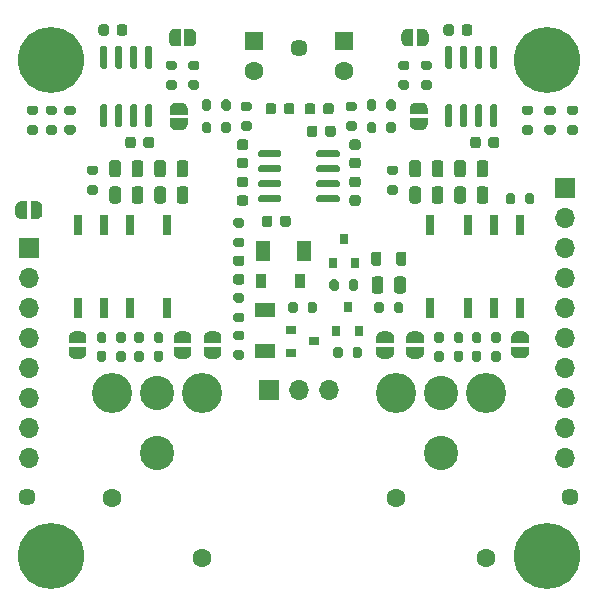
<source format=gbr>
%TF.GenerationSoftware,KiCad,Pcbnew,(5.1.9-0-10_14)*%
%TF.CreationDate,2021-03-07T16:31:49+01:00*%
%TF.ProjectId,W-Output HP,572d4f75-7470-4757-9420-48502e6b6963,1*%
%TF.SameCoordinates,Original*%
%TF.FileFunction,Soldermask,Top*%
%TF.FilePolarity,Negative*%
%FSLAX46Y46*%
G04 Gerber Fmt 4.6, Leading zero omitted, Abs format (unit mm)*
G04 Created by KiCad (PCBNEW (5.1.9-0-10_14)) date 2021-03-07 16:31:49*
%MOMM*%
%LPD*%
G01*
G04 APERTURE LIST*
%ADD10C,0.100000*%
%ADD11C,1.448000*%
%ADD12C,2.900000*%
%ADD13C,1.600000*%
%ADD14C,3.400000*%
%ADD15O,1.700000X1.700000*%
%ADD16R,1.700000X1.700000*%
%ADD17R,1.600000X1.600000*%
%ADD18R,0.800000X1.800000*%
%ADD19R,0.900000X0.800000*%
%ADD20R,0.800000X0.900000*%
%ADD21C,5.600000*%
%ADD22R,1.700000X1.300000*%
%ADD23R,0.900000X1.200000*%
%ADD24R,1.300000X1.700000*%
G04 APERTURE END LIST*
D10*
%TO.C,JP11*%
G36*
X127790000Y-90995602D02*
G01*
X127814534Y-90995602D01*
X127863365Y-91000412D01*
X127911490Y-91009984D01*
X127958445Y-91024228D01*
X128003778Y-91043005D01*
X128047051Y-91066136D01*
X128087850Y-91093396D01*
X128125779Y-91124524D01*
X128160476Y-91159221D01*
X128191604Y-91197150D01*
X128218864Y-91237949D01*
X128241995Y-91281222D01*
X128260772Y-91326555D01*
X128275016Y-91373510D01*
X128284588Y-91421635D01*
X128289398Y-91470466D01*
X128289398Y-91495000D01*
X128290000Y-91495000D01*
X128290000Y-91995000D01*
X128289398Y-91995000D01*
X128289398Y-92019534D01*
X128284588Y-92068365D01*
X128275016Y-92116490D01*
X128260772Y-92163445D01*
X128241995Y-92208778D01*
X128218864Y-92252051D01*
X128191604Y-92292850D01*
X128160476Y-92330779D01*
X128125779Y-92365476D01*
X128087850Y-92396604D01*
X128047051Y-92423864D01*
X128003778Y-92446995D01*
X127958445Y-92465772D01*
X127911490Y-92480016D01*
X127863365Y-92489588D01*
X127814534Y-92494398D01*
X127790000Y-92494398D01*
X127790000Y-92495000D01*
X127290000Y-92495000D01*
X127290000Y-90995000D01*
X127790000Y-90995000D01*
X127790000Y-90995602D01*
G37*
G36*
X126990000Y-92495000D02*
G01*
X126490000Y-92495000D01*
X126490000Y-92494398D01*
X126465466Y-92494398D01*
X126416635Y-92489588D01*
X126368510Y-92480016D01*
X126321555Y-92465772D01*
X126276222Y-92446995D01*
X126232949Y-92423864D01*
X126192150Y-92396604D01*
X126154221Y-92365476D01*
X126119524Y-92330779D01*
X126088396Y-92292850D01*
X126061136Y-92252051D01*
X126038005Y-92208778D01*
X126019228Y-92163445D01*
X126004984Y-92116490D01*
X125995412Y-92068365D01*
X125990602Y-92019534D01*
X125990602Y-91995000D01*
X125990000Y-91995000D01*
X125990000Y-91495000D01*
X125990602Y-91495000D01*
X125990602Y-91470466D01*
X125995412Y-91421635D01*
X126004984Y-91373510D01*
X126019228Y-91326555D01*
X126038005Y-91281222D01*
X126061136Y-91237949D01*
X126088396Y-91197150D01*
X126119524Y-91159221D01*
X126154221Y-91124524D01*
X126192150Y-91093396D01*
X126232949Y-91066136D01*
X126276222Y-91043005D01*
X126321555Y-91024228D01*
X126368510Y-91009984D01*
X126416635Y-91000412D01*
X126465466Y-90995602D01*
X126490000Y-90995602D01*
X126490000Y-90995000D01*
X126990000Y-90995000D01*
X126990000Y-92495000D01*
G37*
%TD*%
D11*
%TO.C,REF\u002A\u002A*%
X150000000Y-78000000D03*
%TD*%
%TO.C,REF\u002A\u002A*%
X173000000Y-116000000D03*
%TD*%
%TO.C,REF\u002A\u002A*%
X127000000Y-116000000D03*
%TD*%
D12*
%TO.C,J5*%
X162000000Y-112300000D03*
D13*
X158190000Y-116110000D03*
X165810000Y-121190000D03*
D12*
X162000000Y-107220000D03*
D14*
X158190000Y-107220000D03*
X165810000Y-107220000D03*
%TD*%
%TO.C,R15*%
G36*
G01*
X132812500Y-88780000D02*
X132262500Y-88780000D01*
G75*
G02*
X132062500Y-88580000I0J200000D01*
G01*
X132062500Y-88180000D01*
G75*
G02*
X132262500Y-87980000I200000J0D01*
G01*
X132812500Y-87980000D01*
G75*
G02*
X133012500Y-88180000I0J-200000D01*
G01*
X133012500Y-88580000D01*
G75*
G02*
X132812500Y-88780000I-200000J0D01*
G01*
G37*
G36*
G01*
X132812500Y-90430000D02*
X132262500Y-90430000D01*
G75*
G02*
X132062500Y-90230000I0J200000D01*
G01*
X132062500Y-89830000D01*
G75*
G02*
X132262500Y-89630000I200000J0D01*
G01*
X132812500Y-89630000D01*
G75*
G02*
X133012500Y-89830000I0J-200000D01*
G01*
X133012500Y-90230000D01*
G75*
G02*
X132812500Y-90430000I-200000J0D01*
G01*
G37*
%TD*%
%TO.C,R14*%
G36*
G01*
X154170000Y-84232500D02*
X154720000Y-84232500D01*
G75*
G02*
X154920000Y-84432500I0J-200000D01*
G01*
X154920000Y-84832500D01*
G75*
G02*
X154720000Y-85032500I-200000J0D01*
G01*
X154170000Y-85032500D01*
G75*
G02*
X153970000Y-84832500I0J200000D01*
G01*
X153970000Y-84432500D01*
G75*
G02*
X154170000Y-84232500I200000J0D01*
G01*
G37*
G36*
G01*
X154170000Y-82582500D02*
X154720000Y-82582500D01*
G75*
G02*
X154920000Y-82782500I0J-200000D01*
G01*
X154920000Y-83182500D01*
G75*
G02*
X154720000Y-83382500I-200000J0D01*
G01*
X154170000Y-83382500D01*
G75*
G02*
X153970000Y-83182500I0J200000D01*
G01*
X153970000Y-82782500D01*
G75*
G02*
X154170000Y-82582500I200000J0D01*
G01*
G37*
%TD*%
%TO.C,C5*%
G36*
G01*
X154512500Y-87307500D02*
X155012500Y-87307500D01*
G75*
G02*
X155237500Y-87532500I0J-225000D01*
G01*
X155237500Y-87982500D01*
G75*
G02*
X155012500Y-88207500I-225000J0D01*
G01*
X154512500Y-88207500D01*
G75*
G02*
X154287500Y-87982500I0J225000D01*
G01*
X154287500Y-87532500D01*
G75*
G02*
X154512500Y-87307500I225000J0D01*
G01*
G37*
G36*
G01*
X154512500Y-85757500D02*
X155012500Y-85757500D01*
G75*
G02*
X155237500Y-85982500I0J-225000D01*
G01*
X155237500Y-86432500D01*
G75*
G02*
X155012500Y-86657500I-225000J0D01*
G01*
X154512500Y-86657500D01*
G75*
G02*
X154287500Y-86432500I0J225000D01*
G01*
X154287500Y-85982500D01*
G75*
G02*
X154512500Y-85757500I225000J0D01*
G01*
G37*
%TD*%
%TO.C,C4*%
G36*
G01*
X154512500Y-90482500D02*
X155012500Y-90482500D01*
G75*
G02*
X155237500Y-90707500I0J-225000D01*
G01*
X155237500Y-91157500D01*
G75*
G02*
X155012500Y-91382500I-225000J0D01*
G01*
X154512500Y-91382500D01*
G75*
G02*
X154287500Y-91157500I0J225000D01*
G01*
X154287500Y-90707500D01*
G75*
G02*
X154512500Y-90482500I225000J0D01*
G01*
G37*
G36*
G01*
X154512500Y-88932500D02*
X155012500Y-88932500D01*
G75*
G02*
X155237500Y-89157500I0J-225000D01*
G01*
X155237500Y-89607500D01*
G75*
G02*
X155012500Y-89832500I-225000J0D01*
G01*
X154512500Y-89832500D01*
G75*
G02*
X154287500Y-89607500I0J225000D01*
G01*
X154287500Y-89157500D01*
G75*
G02*
X154512500Y-88932500I225000J0D01*
G01*
G37*
%TD*%
%TO.C,C17*%
G36*
G01*
X144987500Y-90482500D02*
X145487500Y-90482500D01*
G75*
G02*
X145712500Y-90707500I0J-225000D01*
G01*
X145712500Y-91157500D01*
G75*
G02*
X145487500Y-91382500I-225000J0D01*
G01*
X144987500Y-91382500D01*
G75*
G02*
X144762500Y-91157500I0J225000D01*
G01*
X144762500Y-90707500D01*
G75*
G02*
X144987500Y-90482500I225000J0D01*
G01*
G37*
G36*
G01*
X144987500Y-88932500D02*
X145487500Y-88932500D01*
G75*
G02*
X145712500Y-89157500I0J-225000D01*
G01*
X145712500Y-89607500D01*
G75*
G02*
X145487500Y-89832500I-225000J0D01*
G01*
X144987500Y-89832500D01*
G75*
G02*
X144762500Y-89607500I0J225000D01*
G01*
X144762500Y-89157500D01*
G75*
G02*
X144987500Y-88932500I225000J0D01*
G01*
G37*
%TD*%
%TO.C,C18*%
G36*
G01*
X144987500Y-87307500D02*
X145487500Y-87307500D01*
G75*
G02*
X145712500Y-87532500I0J-225000D01*
G01*
X145712500Y-87982500D01*
G75*
G02*
X145487500Y-88207500I-225000J0D01*
G01*
X144987500Y-88207500D01*
G75*
G02*
X144762500Y-87982500I0J225000D01*
G01*
X144762500Y-87532500D01*
G75*
G02*
X144987500Y-87307500I225000J0D01*
G01*
G37*
G36*
G01*
X144987500Y-85757500D02*
X145487500Y-85757500D01*
G75*
G02*
X145712500Y-85982500I0J-225000D01*
G01*
X145712500Y-86432500D01*
G75*
G02*
X145487500Y-86657500I-225000J0D01*
G01*
X144987500Y-86657500D01*
G75*
G02*
X144762500Y-86432500I0J225000D01*
G01*
X144762500Y-85982500D01*
G75*
G02*
X144987500Y-85757500I225000J0D01*
G01*
G37*
%TD*%
%TO.C,C14*%
G36*
G01*
X151580000Y-84827500D02*
X151580000Y-85327500D01*
G75*
G02*
X151355000Y-85552500I-225000J0D01*
G01*
X150905000Y-85552500D01*
G75*
G02*
X150680000Y-85327500I0J225000D01*
G01*
X150680000Y-84827500D01*
G75*
G02*
X150905000Y-84602500I225000J0D01*
G01*
X151355000Y-84602500D01*
G75*
G02*
X151580000Y-84827500I0J-225000D01*
G01*
G37*
G36*
G01*
X153130000Y-84827500D02*
X153130000Y-85327500D01*
G75*
G02*
X152905000Y-85552500I-225000J0D01*
G01*
X152455000Y-85552500D01*
G75*
G02*
X152230000Y-85327500I0J225000D01*
G01*
X152230000Y-84827500D01*
G75*
G02*
X152455000Y-84602500I225000J0D01*
G01*
X152905000Y-84602500D01*
G75*
G02*
X153130000Y-84827500I0J-225000D01*
G01*
G37*
%TD*%
%TO.C,C11*%
G36*
G01*
X147770000Y-92447500D02*
X147770000Y-92947500D01*
G75*
G02*
X147545000Y-93172500I-225000J0D01*
G01*
X147095000Y-93172500D01*
G75*
G02*
X146870000Y-92947500I0J225000D01*
G01*
X146870000Y-92447500D01*
G75*
G02*
X147095000Y-92222500I225000J0D01*
G01*
X147545000Y-92222500D01*
G75*
G02*
X147770000Y-92447500I0J-225000D01*
G01*
G37*
G36*
G01*
X149320000Y-92447500D02*
X149320000Y-92947500D01*
G75*
G02*
X149095000Y-93172500I-225000J0D01*
G01*
X148645000Y-93172500D01*
G75*
G02*
X148420000Y-92947500I0J225000D01*
G01*
X148420000Y-92447500D01*
G75*
G02*
X148645000Y-92222500I225000J0D01*
G01*
X149095000Y-92222500D01*
G75*
G02*
X149320000Y-92447500I0J-225000D01*
G01*
G37*
%TD*%
%TO.C,R32*%
G36*
G01*
X145280000Y-84232500D02*
X145830000Y-84232500D01*
G75*
G02*
X146030000Y-84432500I0J-200000D01*
G01*
X146030000Y-84832500D01*
G75*
G02*
X145830000Y-85032500I-200000J0D01*
G01*
X145280000Y-85032500D01*
G75*
G02*
X145080000Y-84832500I0J200000D01*
G01*
X145080000Y-84432500D01*
G75*
G02*
X145280000Y-84232500I200000J0D01*
G01*
G37*
G36*
G01*
X145280000Y-82582500D02*
X145830000Y-82582500D01*
G75*
G02*
X146030000Y-82782500I0J-200000D01*
G01*
X146030000Y-83182500D01*
G75*
G02*
X145830000Y-83382500I-200000J0D01*
G01*
X145280000Y-83382500D01*
G75*
G02*
X145080000Y-83182500I0J200000D01*
G01*
X145080000Y-82782500D01*
G75*
G02*
X145280000Y-82582500I200000J0D01*
G01*
G37*
%TD*%
%TO.C,U3*%
G36*
G01*
X148500000Y-90642500D02*
X148500000Y-90942500D01*
G75*
G02*
X148350000Y-91092500I-150000J0D01*
G01*
X146700000Y-91092500D01*
G75*
G02*
X146550000Y-90942500I0J150000D01*
G01*
X146550000Y-90642500D01*
G75*
G02*
X146700000Y-90492500I150000J0D01*
G01*
X148350000Y-90492500D01*
G75*
G02*
X148500000Y-90642500I0J-150000D01*
G01*
G37*
G36*
G01*
X148500000Y-89372500D02*
X148500000Y-89672500D01*
G75*
G02*
X148350000Y-89822500I-150000J0D01*
G01*
X146700000Y-89822500D01*
G75*
G02*
X146550000Y-89672500I0J150000D01*
G01*
X146550000Y-89372500D01*
G75*
G02*
X146700000Y-89222500I150000J0D01*
G01*
X148350000Y-89222500D01*
G75*
G02*
X148500000Y-89372500I0J-150000D01*
G01*
G37*
G36*
G01*
X148500000Y-88102500D02*
X148500000Y-88402500D01*
G75*
G02*
X148350000Y-88552500I-150000J0D01*
G01*
X146700000Y-88552500D01*
G75*
G02*
X146550000Y-88402500I0J150000D01*
G01*
X146550000Y-88102500D01*
G75*
G02*
X146700000Y-87952500I150000J0D01*
G01*
X148350000Y-87952500D01*
G75*
G02*
X148500000Y-88102500I0J-150000D01*
G01*
G37*
G36*
G01*
X148500000Y-86832500D02*
X148500000Y-87132500D01*
G75*
G02*
X148350000Y-87282500I-150000J0D01*
G01*
X146700000Y-87282500D01*
G75*
G02*
X146550000Y-87132500I0J150000D01*
G01*
X146550000Y-86832500D01*
G75*
G02*
X146700000Y-86682500I150000J0D01*
G01*
X148350000Y-86682500D01*
G75*
G02*
X148500000Y-86832500I0J-150000D01*
G01*
G37*
G36*
G01*
X153450000Y-86832500D02*
X153450000Y-87132500D01*
G75*
G02*
X153300000Y-87282500I-150000J0D01*
G01*
X151650000Y-87282500D01*
G75*
G02*
X151500000Y-87132500I0J150000D01*
G01*
X151500000Y-86832500D01*
G75*
G02*
X151650000Y-86682500I150000J0D01*
G01*
X153300000Y-86682500D01*
G75*
G02*
X153450000Y-86832500I0J-150000D01*
G01*
G37*
G36*
G01*
X153450000Y-88102500D02*
X153450000Y-88402500D01*
G75*
G02*
X153300000Y-88552500I-150000J0D01*
G01*
X151650000Y-88552500D01*
G75*
G02*
X151500000Y-88402500I0J150000D01*
G01*
X151500000Y-88102500D01*
G75*
G02*
X151650000Y-87952500I150000J0D01*
G01*
X153300000Y-87952500D01*
G75*
G02*
X153450000Y-88102500I0J-150000D01*
G01*
G37*
G36*
G01*
X153450000Y-89372500D02*
X153450000Y-89672500D01*
G75*
G02*
X153300000Y-89822500I-150000J0D01*
G01*
X151650000Y-89822500D01*
G75*
G02*
X151500000Y-89672500I0J150000D01*
G01*
X151500000Y-89372500D01*
G75*
G02*
X151650000Y-89222500I150000J0D01*
G01*
X153300000Y-89222500D01*
G75*
G02*
X153450000Y-89372500I0J-150000D01*
G01*
G37*
G36*
G01*
X153450000Y-90642500D02*
X153450000Y-90942500D01*
G75*
G02*
X153300000Y-91092500I-150000J0D01*
G01*
X151650000Y-91092500D01*
G75*
G02*
X151500000Y-90942500I0J150000D01*
G01*
X151500000Y-90642500D01*
G75*
G02*
X151650000Y-90492500I150000J0D01*
G01*
X153300000Y-90492500D01*
G75*
G02*
X153450000Y-90642500I0J-150000D01*
G01*
G37*
%TD*%
D10*
%TO.C,JP3*%
G36*
X160909398Y-84442500D02*
G01*
X160909398Y-84467034D01*
X160904588Y-84515865D01*
X160895016Y-84563990D01*
X160880772Y-84610945D01*
X160861995Y-84656278D01*
X160838864Y-84699551D01*
X160811604Y-84740350D01*
X160780476Y-84778279D01*
X160745779Y-84812976D01*
X160707850Y-84844104D01*
X160667051Y-84871364D01*
X160623778Y-84894495D01*
X160578445Y-84913272D01*
X160531490Y-84927516D01*
X160483365Y-84937088D01*
X160434534Y-84941898D01*
X160410000Y-84941898D01*
X160410000Y-84942500D01*
X159910000Y-84942500D01*
X159910000Y-84941898D01*
X159885466Y-84941898D01*
X159836635Y-84937088D01*
X159788510Y-84927516D01*
X159741555Y-84913272D01*
X159696222Y-84894495D01*
X159652949Y-84871364D01*
X159612150Y-84844104D01*
X159574221Y-84812976D01*
X159539524Y-84778279D01*
X159508396Y-84740350D01*
X159481136Y-84699551D01*
X159458005Y-84656278D01*
X159439228Y-84610945D01*
X159424984Y-84563990D01*
X159415412Y-84515865D01*
X159410602Y-84467034D01*
X159410602Y-84442500D01*
X159410000Y-84442500D01*
X159410000Y-83942500D01*
X160910000Y-83942500D01*
X160910000Y-84442500D01*
X160909398Y-84442500D01*
G37*
G36*
X159410000Y-83642500D02*
G01*
X159410000Y-83142500D01*
X159410602Y-83142500D01*
X159410602Y-83117966D01*
X159415412Y-83069135D01*
X159424984Y-83021010D01*
X159439228Y-82974055D01*
X159458005Y-82928722D01*
X159481136Y-82885449D01*
X159508396Y-82844650D01*
X159539524Y-82806721D01*
X159574221Y-82772024D01*
X159612150Y-82740896D01*
X159652949Y-82713636D01*
X159696222Y-82690505D01*
X159741555Y-82671728D01*
X159788510Y-82657484D01*
X159836635Y-82647912D01*
X159885466Y-82643102D01*
X159910000Y-82643102D01*
X159910000Y-82642500D01*
X160410000Y-82642500D01*
X160410000Y-82643102D01*
X160434534Y-82643102D01*
X160483365Y-82647912D01*
X160531490Y-82657484D01*
X160578445Y-82671728D01*
X160623778Y-82690505D01*
X160667051Y-82713636D01*
X160707850Y-82740896D01*
X160745779Y-82772024D01*
X160780476Y-82806721D01*
X160811604Y-82844650D01*
X160838864Y-82885449D01*
X160861995Y-82928722D01*
X160880772Y-82974055D01*
X160895016Y-83021010D01*
X160904588Y-83069135D01*
X160909398Y-83117966D01*
X160909398Y-83142500D01*
X160910000Y-83142500D01*
X160910000Y-83642500D01*
X159410000Y-83642500D01*
G37*
%TD*%
%TO.C,R27*%
G36*
G01*
X143440000Y-83130000D02*
X143440000Y-82580000D01*
G75*
G02*
X143640000Y-82380000I200000J0D01*
G01*
X144040000Y-82380000D01*
G75*
G02*
X144240000Y-82580000I0J-200000D01*
G01*
X144240000Y-83130000D01*
G75*
G02*
X144040000Y-83330000I-200000J0D01*
G01*
X143640000Y-83330000D01*
G75*
G02*
X143440000Y-83130000I0J200000D01*
G01*
G37*
G36*
G01*
X141790000Y-83130000D02*
X141790000Y-82580000D01*
G75*
G02*
X141990000Y-82380000I200000J0D01*
G01*
X142390000Y-82380000D01*
G75*
G02*
X142590000Y-82580000I0J-200000D01*
G01*
X142590000Y-83130000D01*
G75*
G02*
X142390000Y-83330000I-200000J0D01*
G01*
X141990000Y-83330000D01*
G75*
G02*
X141790000Y-83130000I0J200000D01*
G01*
G37*
%TD*%
%TO.C,R6*%
G36*
G01*
X161070000Y-79890000D02*
X160520000Y-79890000D01*
G75*
G02*
X160320000Y-79690000I0J200000D01*
G01*
X160320000Y-79290000D01*
G75*
G02*
X160520000Y-79090000I200000J0D01*
G01*
X161070000Y-79090000D01*
G75*
G02*
X161270000Y-79290000I0J-200000D01*
G01*
X161270000Y-79690000D01*
G75*
G02*
X161070000Y-79890000I-200000J0D01*
G01*
G37*
G36*
G01*
X161070000Y-81540000D02*
X160520000Y-81540000D01*
G75*
G02*
X160320000Y-81340000I0J200000D01*
G01*
X160320000Y-80940000D01*
G75*
G02*
X160520000Y-80740000I200000J0D01*
G01*
X161070000Y-80740000D01*
G75*
G02*
X161270000Y-80940000I0J-200000D01*
G01*
X161270000Y-81340000D01*
G75*
G02*
X161070000Y-81540000I-200000J0D01*
G01*
G37*
%TD*%
%TO.C,R22*%
G36*
G01*
X141385000Y-79890000D02*
X140835000Y-79890000D01*
G75*
G02*
X140635000Y-79690000I0J200000D01*
G01*
X140635000Y-79290000D01*
G75*
G02*
X140835000Y-79090000I200000J0D01*
G01*
X141385000Y-79090000D01*
G75*
G02*
X141585000Y-79290000I0J-200000D01*
G01*
X141585000Y-79690000D01*
G75*
G02*
X141385000Y-79890000I-200000J0D01*
G01*
G37*
G36*
G01*
X141385000Y-81540000D02*
X140835000Y-81540000D01*
G75*
G02*
X140635000Y-81340000I0J200000D01*
G01*
X140635000Y-80940000D01*
G75*
G02*
X140835000Y-80740000I200000J0D01*
G01*
X141385000Y-80740000D01*
G75*
G02*
X141585000Y-80940000I0J-200000D01*
G01*
X141585000Y-81340000D01*
G75*
G02*
X141385000Y-81540000I-200000J0D01*
G01*
G37*
%TD*%
%TO.C,U1*%
G36*
G01*
X162850000Y-79767500D02*
X162550000Y-79767500D01*
G75*
G02*
X162400000Y-79617500I0J150000D01*
G01*
X162400000Y-77967500D01*
G75*
G02*
X162550000Y-77817500I150000J0D01*
G01*
X162850000Y-77817500D01*
G75*
G02*
X163000000Y-77967500I0J-150000D01*
G01*
X163000000Y-79617500D01*
G75*
G02*
X162850000Y-79767500I-150000J0D01*
G01*
G37*
G36*
G01*
X164120000Y-79767500D02*
X163820000Y-79767500D01*
G75*
G02*
X163670000Y-79617500I0J150000D01*
G01*
X163670000Y-77967500D01*
G75*
G02*
X163820000Y-77817500I150000J0D01*
G01*
X164120000Y-77817500D01*
G75*
G02*
X164270000Y-77967500I0J-150000D01*
G01*
X164270000Y-79617500D01*
G75*
G02*
X164120000Y-79767500I-150000J0D01*
G01*
G37*
G36*
G01*
X165390000Y-79767500D02*
X165090000Y-79767500D01*
G75*
G02*
X164940000Y-79617500I0J150000D01*
G01*
X164940000Y-77967500D01*
G75*
G02*
X165090000Y-77817500I150000J0D01*
G01*
X165390000Y-77817500D01*
G75*
G02*
X165540000Y-77967500I0J-150000D01*
G01*
X165540000Y-79617500D01*
G75*
G02*
X165390000Y-79767500I-150000J0D01*
G01*
G37*
G36*
G01*
X166660000Y-79767500D02*
X166360000Y-79767500D01*
G75*
G02*
X166210000Y-79617500I0J150000D01*
G01*
X166210000Y-77967500D01*
G75*
G02*
X166360000Y-77817500I150000J0D01*
G01*
X166660000Y-77817500D01*
G75*
G02*
X166810000Y-77967500I0J-150000D01*
G01*
X166810000Y-79617500D01*
G75*
G02*
X166660000Y-79767500I-150000J0D01*
G01*
G37*
G36*
G01*
X166660000Y-84717500D02*
X166360000Y-84717500D01*
G75*
G02*
X166210000Y-84567500I0J150000D01*
G01*
X166210000Y-82917500D01*
G75*
G02*
X166360000Y-82767500I150000J0D01*
G01*
X166660000Y-82767500D01*
G75*
G02*
X166810000Y-82917500I0J-150000D01*
G01*
X166810000Y-84567500D01*
G75*
G02*
X166660000Y-84717500I-150000J0D01*
G01*
G37*
G36*
G01*
X165390000Y-84717500D02*
X165090000Y-84717500D01*
G75*
G02*
X164940000Y-84567500I0J150000D01*
G01*
X164940000Y-82917500D01*
G75*
G02*
X165090000Y-82767500I150000J0D01*
G01*
X165390000Y-82767500D01*
G75*
G02*
X165540000Y-82917500I0J-150000D01*
G01*
X165540000Y-84567500D01*
G75*
G02*
X165390000Y-84717500I-150000J0D01*
G01*
G37*
G36*
G01*
X164120000Y-84717500D02*
X163820000Y-84717500D01*
G75*
G02*
X163670000Y-84567500I0J150000D01*
G01*
X163670000Y-82917500D01*
G75*
G02*
X163820000Y-82767500I150000J0D01*
G01*
X164120000Y-82767500D01*
G75*
G02*
X164270000Y-82917500I0J-150000D01*
G01*
X164270000Y-84567500D01*
G75*
G02*
X164120000Y-84717500I-150000J0D01*
G01*
G37*
G36*
G01*
X162850000Y-84717500D02*
X162550000Y-84717500D01*
G75*
G02*
X162400000Y-84567500I0J150000D01*
G01*
X162400000Y-82917500D01*
G75*
G02*
X162550000Y-82767500I150000J0D01*
G01*
X162850000Y-82767500D01*
G75*
G02*
X163000000Y-82917500I0J-150000D01*
G01*
X163000000Y-84567500D01*
G75*
G02*
X162850000Y-84717500I-150000J0D01*
G01*
G37*
%TD*%
%TO.C,C12*%
G36*
G01*
X165410000Y-85780000D02*
X165410000Y-86280000D01*
G75*
G02*
X165185000Y-86505000I-225000J0D01*
G01*
X164735000Y-86505000D01*
G75*
G02*
X164510000Y-86280000I0J225000D01*
G01*
X164510000Y-85780000D01*
G75*
G02*
X164735000Y-85555000I225000J0D01*
G01*
X165185000Y-85555000D01*
G75*
G02*
X165410000Y-85780000I0J-225000D01*
G01*
G37*
G36*
G01*
X166960000Y-85780000D02*
X166960000Y-86280000D01*
G75*
G02*
X166735000Y-86505000I-225000J0D01*
G01*
X166285000Y-86505000D01*
G75*
G02*
X166060000Y-86280000I0J225000D01*
G01*
X166060000Y-85780000D01*
G75*
G02*
X166285000Y-85555000I225000J0D01*
G01*
X166735000Y-85555000D01*
G75*
G02*
X166960000Y-85780000I0J-225000D01*
G01*
G37*
%TD*%
%TO.C,C13*%
G36*
G01*
X134590000Y-76755000D02*
X134590000Y-76255000D01*
G75*
G02*
X134815000Y-76030000I225000J0D01*
G01*
X135265000Y-76030000D01*
G75*
G02*
X135490000Y-76255000I0J-225000D01*
G01*
X135490000Y-76755000D01*
G75*
G02*
X135265000Y-76980000I-225000J0D01*
G01*
X134815000Y-76980000D01*
G75*
G02*
X134590000Y-76755000I0J225000D01*
G01*
G37*
G36*
G01*
X133040000Y-76755000D02*
X133040000Y-76255000D01*
G75*
G02*
X133265000Y-76030000I225000J0D01*
G01*
X133715000Y-76030000D01*
G75*
G02*
X133940000Y-76255000I0J-225000D01*
G01*
X133940000Y-76755000D01*
G75*
G02*
X133715000Y-76980000I-225000J0D01*
G01*
X133265000Y-76980000D01*
G75*
G02*
X133040000Y-76755000I0J225000D01*
G01*
G37*
%TD*%
%TO.C,C10*%
G36*
G01*
X136850000Y-86280000D02*
X136850000Y-85780000D01*
G75*
G02*
X137075000Y-85555000I225000J0D01*
G01*
X137525000Y-85555000D01*
G75*
G02*
X137750000Y-85780000I0J-225000D01*
G01*
X137750000Y-86280000D01*
G75*
G02*
X137525000Y-86505000I-225000J0D01*
G01*
X137075000Y-86505000D01*
G75*
G02*
X136850000Y-86280000I0J225000D01*
G01*
G37*
G36*
G01*
X135300000Y-86280000D02*
X135300000Y-85780000D01*
G75*
G02*
X135525000Y-85555000I225000J0D01*
G01*
X135975000Y-85555000D01*
G75*
G02*
X136200000Y-85780000I0J-225000D01*
G01*
X136200000Y-86280000D01*
G75*
G02*
X135975000Y-86505000I-225000J0D01*
G01*
X135525000Y-86505000D01*
G75*
G02*
X135300000Y-86280000I0J225000D01*
G01*
G37*
%TD*%
%TO.C,R31*%
G36*
G01*
X130357500Y-84550000D02*
X130907500Y-84550000D01*
G75*
G02*
X131107500Y-84750000I0J-200000D01*
G01*
X131107500Y-85150000D01*
G75*
G02*
X130907500Y-85350000I-200000J0D01*
G01*
X130357500Y-85350000D01*
G75*
G02*
X130157500Y-85150000I0J200000D01*
G01*
X130157500Y-84750000D01*
G75*
G02*
X130357500Y-84550000I200000J0D01*
G01*
G37*
G36*
G01*
X130357500Y-82900000D02*
X130907500Y-82900000D01*
G75*
G02*
X131107500Y-83100000I0J-200000D01*
G01*
X131107500Y-83500000D01*
G75*
G02*
X130907500Y-83700000I-200000J0D01*
G01*
X130357500Y-83700000D01*
G75*
G02*
X130157500Y-83500000I0J200000D01*
G01*
X130157500Y-83100000D01*
G75*
G02*
X130357500Y-82900000I200000J0D01*
G01*
G37*
%TD*%
%TO.C,R28*%
G36*
G01*
X128770000Y-84550000D02*
X129320000Y-84550000D01*
G75*
G02*
X129520000Y-84750000I0J-200000D01*
G01*
X129520000Y-85150000D01*
G75*
G02*
X129320000Y-85350000I-200000J0D01*
G01*
X128770000Y-85350000D01*
G75*
G02*
X128570000Y-85150000I0J200000D01*
G01*
X128570000Y-84750000D01*
G75*
G02*
X128770000Y-84550000I200000J0D01*
G01*
G37*
G36*
G01*
X128770000Y-82900000D02*
X129320000Y-82900000D01*
G75*
G02*
X129520000Y-83100000I0J-200000D01*
G01*
X129520000Y-83500000D01*
G75*
G02*
X129320000Y-83700000I-200000J0D01*
G01*
X128770000Y-83700000D01*
G75*
G02*
X128570000Y-83500000I0J200000D01*
G01*
X128570000Y-83100000D01*
G75*
G02*
X128770000Y-82900000I200000J0D01*
G01*
G37*
%TD*%
%TO.C,R25*%
G36*
G01*
X127732500Y-83700000D02*
X127182500Y-83700000D01*
G75*
G02*
X126982500Y-83500000I0J200000D01*
G01*
X126982500Y-83100000D01*
G75*
G02*
X127182500Y-82900000I200000J0D01*
G01*
X127732500Y-82900000D01*
G75*
G02*
X127932500Y-83100000I0J-200000D01*
G01*
X127932500Y-83500000D01*
G75*
G02*
X127732500Y-83700000I-200000J0D01*
G01*
G37*
G36*
G01*
X127732500Y-85350000D02*
X127182500Y-85350000D01*
G75*
G02*
X126982500Y-85150000I0J200000D01*
G01*
X126982500Y-84750000D01*
G75*
G02*
X127182500Y-84550000I200000J0D01*
G01*
X127732500Y-84550000D01*
G75*
G02*
X127932500Y-84750000I0J-200000D01*
G01*
X127932500Y-85150000D01*
G75*
G02*
X127732500Y-85350000I-200000J0D01*
G01*
G37*
%TD*%
%TO.C,U2*%
G36*
G01*
X137150000Y-82767500D02*
X137450000Y-82767500D01*
G75*
G02*
X137600000Y-82917500I0J-150000D01*
G01*
X137600000Y-84567500D01*
G75*
G02*
X137450000Y-84717500I-150000J0D01*
G01*
X137150000Y-84717500D01*
G75*
G02*
X137000000Y-84567500I0J150000D01*
G01*
X137000000Y-82917500D01*
G75*
G02*
X137150000Y-82767500I150000J0D01*
G01*
G37*
G36*
G01*
X135880000Y-82767500D02*
X136180000Y-82767500D01*
G75*
G02*
X136330000Y-82917500I0J-150000D01*
G01*
X136330000Y-84567500D01*
G75*
G02*
X136180000Y-84717500I-150000J0D01*
G01*
X135880000Y-84717500D01*
G75*
G02*
X135730000Y-84567500I0J150000D01*
G01*
X135730000Y-82917500D01*
G75*
G02*
X135880000Y-82767500I150000J0D01*
G01*
G37*
G36*
G01*
X134610000Y-82767500D02*
X134910000Y-82767500D01*
G75*
G02*
X135060000Y-82917500I0J-150000D01*
G01*
X135060000Y-84567500D01*
G75*
G02*
X134910000Y-84717500I-150000J0D01*
G01*
X134610000Y-84717500D01*
G75*
G02*
X134460000Y-84567500I0J150000D01*
G01*
X134460000Y-82917500D01*
G75*
G02*
X134610000Y-82767500I150000J0D01*
G01*
G37*
G36*
G01*
X133340000Y-82767500D02*
X133640000Y-82767500D01*
G75*
G02*
X133790000Y-82917500I0J-150000D01*
G01*
X133790000Y-84567500D01*
G75*
G02*
X133640000Y-84717500I-150000J0D01*
G01*
X133340000Y-84717500D01*
G75*
G02*
X133190000Y-84567500I0J150000D01*
G01*
X133190000Y-82917500D01*
G75*
G02*
X133340000Y-82767500I150000J0D01*
G01*
G37*
G36*
G01*
X133340000Y-77817500D02*
X133640000Y-77817500D01*
G75*
G02*
X133790000Y-77967500I0J-150000D01*
G01*
X133790000Y-79617500D01*
G75*
G02*
X133640000Y-79767500I-150000J0D01*
G01*
X133340000Y-79767500D01*
G75*
G02*
X133190000Y-79617500I0J150000D01*
G01*
X133190000Y-77967500D01*
G75*
G02*
X133340000Y-77817500I150000J0D01*
G01*
G37*
G36*
G01*
X134610000Y-77817500D02*
X134910000Y-77817500D01*
G75*
G02*
X135060000Y-77967500I0J-150000D01*
G01*
X135060000Y-79617500D01*
G75*
G02*
X134910000Y-79767500I-150000J0D01*
G01*
X134610000Y-79767500D01*
G75*
G02*
X134460000Y-79617500I0J150000D01*
G01*
X134460000Y-77967500D01*
G75*
G02*
X134610000Y-77817500I150000J0D01*
G01*
G37*
G36*
G01*
X135880000Y-77817500D02*
X136180000Y-77817500D01*
G75*
G02*
X136330000Y-77967500I0J-150000D01*
G01*
X136330000Y-79617500D01*
G75*
G02*
X136180000Y-79767500I-150000J0D01*
G01*
X135880000Y-79767500D01*
G75*
G02*
X135730000Y-79617500I0J150000D01*
G01*
X135730000Y-77967500D01*
G75*
G02*
X135880000Y-77817500I150000J0D01*
G01*
G37*
G36*
G01*
X137150000Y-77817500D02*
X137450000Y-77817500D01*
G75*
G02*
X137600000Y-77967500I0J-150000D01*
G01*
X137600000Y-79617500D01*
G75*
G02*
X137450000Y-79767500I-150000J0D01*
G01*
X137150000Y-79767500D01*
G75*
G02*
X137000000Y-79617500I0J150000D01*
G01*
X137000000Y-77967500D01*
G75*
G02*
X137150000Y-77817500I150000J0D01*
G01*
G37*
%TD*%
D15*
%TO.C,J3*%
X152540000Y-106985000D03*
X150000000Y-106985000D03*
D16*
X147460000Y-106985000D03*
%TD*%
%TO.C,C23*%
G36*
G01*
X148087500Y-82922500D02*
X148087500Y-83422500D01*
G75*
G02*
X147862500Y-83647500I-225000J0D01*
G01*
X147412500Y-83647500D01*
G75*
G02*
X147187500Y-83422500I0J225000D01*
G01*
X147187500Y-82922500D01*
G75*
G02*
X147412500Y-82697500I225000J0D01*
G01*
X147862500Y-82697500D01*
G75*
G02*
X148087500Y-82922500I0J-225000D01*
G01*
G37*
G36*
G01*
X149637500Y-82922500D02*
X149637500Y-83422500D01*
G75*
G02*
X149412500Y-83647500I-225000J0D01*
G01*
X148962500Y-83647500D01*
G75*
G02*
X148737500Y-83422500I0J225000D01*
G01*
X148737500Y-82922500D01*
G75*
G02*
X148962500Y-82697500I225000J0D01*
G01*
X149412500Y-82697500D01*
G75*
G02*
X149637500Y-82922500I0J-225000D01*
G01*
G37*
%TD*%
%TO.C,C22*%
G36*
G01*
X151402500Y-82922500D02*
X151402500Y-83422500D01*
G75*
G02*
X151177500Y-83647500I-225000J0D01*
G01*
X150727500Y-83647500D01*
G75*
G02*
X150502500Y-83422500I0J225000D01*
G01*
X150502500Y-82922500D01*
G75*
G02*
X150727500Y-82697500I225000J0D01*
G01*
X151177500Y-82697500D01*
G75*
G02*
X151402500Y-82922500I0J-225000D01*
G01*
G37*
G36*
G01*
X152952500Y-82922500D02*
X152952500Y-83422500D01*
G75*
G02*
X152727500Y-83647500I-225000J0D01*
G01*
X152277500Y-83647500D01*
G75*
G02*
X152052500Y-83422500I0J225000D01*
G01*
X152052500Y-82922500D01*
G75*
G02*
X152277500Y-82697500I225000J0D01*
G01*
X152727500Y-82697500D01*
G75*
G02*
X152952500Y-82922500I0J-225000D01*
G01*
G37*
%TD*%
D13*
%TO.C,C21*%
X153810000Y-79957500D03*
D17*
X153810000Y-77457500D03*
%TD*%
D13*
%TO.C,C8*%
X146190000Y-79957500D03*
D17*
X146190000Y-77457500D03*
%TD*%
%TO.C,C20*%
G36*
G01*
X134947500Y-90000000D02*
X134947500Y-90950000D01*
G75*
G02*
X134697500Y-91200000I-250000J0D01*
G01*
X134197500Y-91200000D01*
G75*
G02*
X133947500Y-90950000I0J250000D01*
G01*
X133947500Y-90000000D01*
G75*
G02*
X134197500Y-89750000I250000J0D01*
G01*
X134697500Y-89750000D01*
G75*
G02*
X134947500Y-90000000I0J-250000D01*
G01*
G37*
G36*
G01*
X136847500Y-90000000D02*
X136847500Y-90950000D01*
G75*
G02*
X136597500Y-91200000I-250000J0D01*
G01*
X136097500Y-91200000D01*
G75*
G02*
X135847500Y-90950000I0J250000D01*
G01*
X135847500Y-90000000D01*
G75*
G02*
X136097500Y-89750000I250000J0D01*
G01*
X136597500Y-89750000D01*
G75*
G02*
X136847500Y-90000000I0J-250000D01*
G01*
G37*
%TD*%
%TO.C,C19*%
G36*
G01*
X134945000Y-87777500D02*
X134945000Y-88727500D01*
G75*
G02*
X134695000Y-88977500I-250000J0D01*
G01*
X134195000Y-88977500D01*
G75*
G02*
X133945000Y-88727500I0J250000D01*
G01*
X133945000Y-87777500D01*
G75*
G02*
X134195000Y-87527500I250000J0D01*
G01*
X134695000Y-87527500D01*
G75*
G02*
X134945000Y-87777500I0J-250000D01*
G01*
G37*
G36*
G01*
X136845000Y-87777500D02*
X136845000Y-88727500D01*
G75*
G02*
X136595000Y-88977500I-250000J0D01*
G01*
X136095000Y-88977500D01*
G75*
G02*
X135845000Y-88727500I0J250000D01*
G01*
X135845000Y-87777500D01*
G75*
G02*
X136095000Y-87527500I250000J0D01*
G01*
X136595000Y-87527500D01*
G75*
G02*
X136845000Y-87777500I0J-250000D01*
G01*
G37*
%TD*%
%TO.C,C16*%
G36*
G01*
X138757500Y-90000000D02*
X138757500Y-90950000D01*
G75*
G02*
X138507500Y-91200000I-250000J0D01*
G01*
X138007500Y-91200000D01*
G75*
G02*
X137757500Y-90950000I0J250000D01*
G01*
X137757500Y-90000000D01*
G75*
G02*
X138007500Y-89750000I250000J0D01*
G01*
X138507500Y-89750000D01*
G75*
G02*
X138757500Y-90000000I0J-250000D01*
G01*
G37*
G36*
G01*
X140657500Y-90000000D02*
X140657500Y-90950000D01*
G75*
G02*
X140407500Y-91200000I-250000J0D01*
G01*
X139907500Y-91200000D01*
G75*
G02*
X139657500Y-90950000I0J250000D01*
G01*
X139657500Y-90000000D01*
G75*
G02*
X139907500Y-89750000I250000J0D01*
G01*
X140407500Y-89750000D01*
G75*
G02*
X140657500Y-90000000I0J-250000D01*
G01*
G37*
%TD*%
%TO.C,C15*%
G36*
G01*
X138755000Y-87777500D02*
X138755000Y-88727500D01*
G75*
G02*
X138505000Y-88977500I-250000J0D01*
G01*
X138005000Y-88977500D01*
G75*
G02*
X137755000Y-88727500I0J250000D01*
G01*
X137755000Y-87777500D01*
G75*
G02*
X138005000Y-87527500I250000J0D01*
G01*
X138505000Y-87527500D01*
G75*
G02*
X138755000Y-87777500I0J-250000D01*
G01*
G37*
G36*
G01*
X140655000Y-87777500D02*
X140655000Y-88727500D01*
G75*
G02*
X140405000Y-88977500I-250000J0D01*
G01*
X139905000Y-88977500D01*
G75*
G02*
X139655000Y-88727500I0J250000D01*
G01*
X139655000Y-87777500D01*
G75*
G02*
X139905000Y-87527500I250000J0D01*
G01*
X140405000Y-87527500D01*
G75*
G02*
X140655000Y-87777500I0J-250000D01*
G01*
G37*
%TD*%
%TO.C,C7*%
G36*
G01*
X160347500Y-90000000D02*
X160347500Y-90950000D01*
G75*
G02*
X160097500Y-91200000I-250000J0D01*
G01*
X159597500Y-91200000D01*
G75*
G02*
X159347500Y-90950000I0J250000D01*
G01*
X159347500Y-90000000D01*
G75*
G02*
X159597500Y-89750000I250000J0D01*
G01*
X160097500Y-89750000D01*
G75*
G02*
X160347500Y-90000000I0J-250000D01*
G01*
G37*
G36*
G01*
X162247500Y-90000000D02*
X162247500Y-90950000D01*
G75*
G02*
X161997500Y-91200000I-250000J0D01*
G01*
X161497500Y-91200000D01*
G75*
G02*
X161247500Y-90950000I0J250000D01*
G01*
X161247500Y-90000000D01*
G75*
G02*
X161497500Y-89750000I250000J0D01*
G01*
X161997500Y-89750000D01*
G75*
G02*
X162247500Y-90000000I0J-250000D01*
G01*
G37*
%TD*%
%TO.C,C6*%
G36*
G01*
X160347500Y-87777500D02*
X160347500Y-88727500D01*
G75*
G02*
X160097500Y-88977500I-250000J0D01*
G01*
X159597500Y-88977500D01*
G75*
G02*
X159347500Y-88727500I0J250000D01*
G01*
X159347500Y-87777500D01*
G75*
G02*
X159597500Y-87527500I250000J0D01*
G01*
X160097500Y-87527500D01*
G75*
G02*
X160347500Y-87777500I0J-250000D01*
G01*
G37*
G36*
G01*
X162247500Y-87777500D02*
X162247500Y-88727500D01*
G75*
G02*
X161997500Y-88977500I-250000J0D01*
G01*
X161497500Y-88977500D01*
G75*
G02*
X161247500Y-88727500I0J250000D01*
G01*
X161247500Y-87777500D01*
G75*
G02*
X161497500Y-87527500I250000J0D01*
G01*
X161997500Y-87527500D01*
G75*
G02*
X162247500Y-87777500I0J-250000D01*
G01*
G37*
%TD*%
%TO.C,C3*%
G36*
G01*
X164152500Y-87777500D02*
X164152500Y-88727500D01*
G75*
G02*
X163902500Y-88977500I-250000J0D01*
G01*
X163402500Y-88977500D01*
G75*
G02*
X163152500Y-88727500I0J250000D01*
G01*
X163152500Y-87777500D01*
G75*
G02*
X163402500Y-87527500I250000J0D01*
G01*
X163902500Y-87527500D01*
G75*
G02*
X164152500Y-87777500I0J-250000D01*
G01*
G37*
G36*
G01*
X166052500Y-87777500D02*
X166052500Y-88727500D01*
G75*
G02*
X165802500Y-88977500I-250000J0D01*
G01*
X165302500Y-88977500D01*
G75*
G02*
X165052500Y-88727500I0J250000D01*
G01*
X165052500Y-87777500D01*
G75*
G02*
X165302500Y-87527500I250000J0D01*
G01*
X165802500Y-87527500D01*
G75*
G02*
X166052500Y-87777500I0J-250000D01*
G01*
G37*
%TD*%
%TO.C,C2*%
G36*
G01*
X164155000Y-90000000D02*
X164155000Y-90950000D01*
G75*
G02*
X163905000Y-91200000I-250000J0D01*
G01*
X163405000Y-91200000D01*
G75*
G02*
X163155000Y-90950000I0J250000D01*
G01*
X163155000Y-90000000D01*
G75*
G02*
X163405000Y-89750000I250000J0D01*
G01*
X163905000Y-89750000D01*
G75*
G02*
X164155000Y-90000000I0J-250000D01*
G01*
G37*
G36*
G01*
X166055000Y-90000000D02*
X166055000Y-90950000D01*
G75*
G02*
X165805000Y-91200000I-250000J0D01*
G01*
X165305000Y-91200000D01*
G75*
G02*
X165055000Y-90950000I0J250000D01*
G01*
X165055000Y-90000000D01*
G75*
G02*
X165305000Y-89750000I250000J0D01*
G01*
X165805000Y-89750000D01*
G75*
G02*
X166055000Y-90000000I0J-250000D01*
G01*
G37*
%TD*%
%TO.C,C1*%
G36*
G01*
X158072500Y-98570000D02*
X158072500Y-97620000D01*
G75*
G02*
X158322500Y-97370000I250000J0D01*
G01*
X158822500Y-97370000D01*
G75*
G02*
X159072500Y-97620000I0J-250000D01*
G01*
X159072500Y-98570000D01*
G75*
G02*
X158822500Y-98820000I-250000J0D01*
G01*
X158322500Y-98820000D01*
G75*
G02*
X158072500Y-98570000I0J250000D01*
G01*
G37*
G36*
G01*
X156172500Y-98570000D02*
X156172500Y-97620000D01*
G75*
G02*
X156422500Y-97370000I250000J0D01*
G01*
X156922500Y-97370000D01*
G75*
G02*
X157172500Y-97620000I0J-250000D01*
G01*
X157172500Y-98570000D01*
G75*
G02*
X156922500Y-98820000I-250000J0D01*
G01*
X156422500Y-98820000D01*
G75*
G02*
X156172500Y-98570000I0J250000D01*
G01*
G37*
%TD*%
D18*
%TO.C,K2*%
X161122500Y-100007500D03*
X164322500Y-100007500D03*
X166522500Y-100007500D03*
X168722500Y-100007500D03*
X168722500Y-93007500D03*
X166522500Y-93007500D03*
X164322500Y-93007500D03*
X161122500Y-93007500D03*
%TD*%
D15*
%TO.C,J2*%
X127200000Y-112780000D03*
X127200000Y-110240000D03*
X127200000Y-107700000D03*
X127200000Y-105160000D03*
X127200000Y-102620000D03*
X127200000Y-100080000D03*
X127200000Y-97540000D03*
D16*
X127200000Y-95000000D03*
%TD*%
D15*
%TO.C,J1*%
X172560000Y-112780000D03*
X172560000Y-110240000D03*
X172560000Y-107700000D03*
X172560000Y-105160000D03*
X172560000Y-102620000D03*
X172560000Y-100080000D03*
X172560000Y-97540000D03*
X172560000Y-95000000D03*
X172560000Y-92460000D03*
D16*
X172560000Y-89920000D03*
%TD*%
D12*
%TO.C,J4*%
X138000000Y-112300000D03*
D13*
X134190000Y-116110000D03*
X141810000Y-121190000D03*
D12*
X138000000Y-107220000D03*
D14*
X134190000Y-107220000D03*
X141810000Y-107220000D03*
%TD*%
%TO.C,R34*%
G36*
G01*
X163125000Y-104402500D02*
X163125000Y-103852500D01*
G75*
G02*
X163325000Y-103652500I200000J0D01*
G01*
X163725000Y-103652500D01*
G75*
G02*
X163925000Y-103852500I0J-200000D01*
G01*
X163925000Y-104402500D01*
G75*
G02*
X163725000Y-104602500I-200000J0D01*
G01*
X163325000Y-104602500D01*
G75*
G02*
X163125000Y-104402500I0J200000D01*
G01*
G37*
G36*
G01*
X161475000Y-104402500D02*
X161475000Y-103852500D01*
G75*
G02*
X161675000Y-103652500I200000J0D01*
G01*
X162075000Y-103652500D01*
G75*
G02*
X162275000Y-103852500I0J-200000D01*
G01*
X162275000Y-104402500D01*
G75*
G02*
X162075000Y-104602500I-200000J0D01*
G01*
X161675000Y-104602500D01*
G75*
G02*
X161475000Y-104402500I0J200000D01*
G01*
G37*
%TD*%
%TO.C,R33*%
G36*
G01*
X158212500Y-88780000D02*
X157662500Y-88780000D01*
G75*
G02*
X157462500Y-88580000I0J200000D01*
G01*
X157462500Y-88180000D01*
G75*
G02*
X157662500Y-87980000I200000J0D01*
G01*
X158212500Y-87980000D01*
G75*
G02*
X158412500Y-88180000I0J-200000D01*
G01*
X158412500Y-88580000D01*
G75*
G02*
X158212500Y-88780000I-200000J0D01*
G01*
G37*
G36*
G01*
X158212500Y-90430000D02*
X157662500Y-90430000D01*
G75*
G02*
X157462500Y-90230000I0J200000D01*
G01*
X157462500Y-89830000D01*
G75*
G02*
X157662500Y-89630000I200000J0D01*
G01*
X158212500Y-89630000D01*
G75*
G02*
X158412500Y-89830000I0J-200000D01*
G01*
X158412500Y-90230000D01*
G75*
G02*
X158212500Y-90430000I-200000J0D01*
G01*
G37*
%TD*%
%TO.C,R30*%
G36*
G01*
X163125000Y-102815000D02*
X163125000Y-102265000D01*
G75*
G02*
X163325000Y-102065000I200000J0D01*
G01*
X163725000Y-102065000D01*
G75*
G02*
X163925000Y-102265000I0J-200000D01*
G01*
X163925000Y-102815000D01*
G75*
G02*
X163725000Y-103015000I-200000J0D01*
G01*
X163325000Y-103015000D01*
G75*
G02*
X163125000Y-102815000I0J200000D01*
G01*
G37*
G36*
G01*
X161475000Y-102815000D02*
X161475000Y-102265000D01*
G75*
G02*
X161675000Y-102065000I200000J0D01*
G01*
X162075000Y-102065000D01*
G75*
G02*
X162275000Y-102265000I0J-200000D01*
G01*
X162275000Y-102815000D01*
G75*
G02*
X162075000Y-103015000I-200000J0D01*
G01*
X161675000Y-103015000D01*
G75*
G02*
X161475000Y-102815000I0J200000D01*
G01*
G37*
%TD*%
%TO.C,R29*%
G36*
G01*
X142590000Y-84485000D02*
X142590000Y-85035000D01*
G75*
G02*
X142390000Y-85235000I-200000J0D01*
G01*
X141990000Y-85235000D01*
G75*
G02*
X141790000Y-85035000I0J200000D01*
G01*
X141790000Y-84485000D01*
G75*
G02*
X141990000Y-84285000I200000J0D01*
G01*
X142390000Y-84285000D01*
G75*
G02*
X142590000Y-84485000I0J-200000D01*
G01*
G37*
G36*
G01*
X144240000Y-84485000D02*
X144240000Y-85035000D01*
G75*
G02*
X144040000Y-85235000I-200000J0D01*
G01*
X143640000Y-85235000D01*
G75*
G02*
X143440000Y-85035000I0J200000D01*
G01*
X143440000Y-84485000D01*
G75*
G02*
X143640000Y-84285000I200000J0D01*
G01*
X144040000Y-84285000D01*
G75*
G02*
X144240000Y-84485000I0J-200000D01*
G01*
G37*
%TD*%
%TO.C,R26*%
G36*
G01*
X165450000Y-102265000D02*
X165450000Y-102815000D01*
G75*
G02*
X165250000Y-103015000I-200000J0D01*
G01*
X164850000Y-103015000D01*
G75*
G02*
X164650000Y-102815000I0J200000D01*
G01*
X164650000Y-102265000D01*
G75*
G02*
X164850000Y-102065000I200000J0D01*
G01*
X165250000Y-102065000D01*
G75*
G02*
X165450000Y-102265000I0J-200000D01*
G01*
G37*
G36*
G01*
X167100000Y-102265000D02*
X167100000Y-102815000D01*
G75*
G02*
X166900000Y-103015000I-200000J0D01*
G01*
X166500000Y-103015000D01*
G75*
G02*
X166300000Y-102815000I0J200000D01*
G01*
X166300000Y-102265000D01*
G75*
G02*
X166500000Y-102065000I200000J0D01*
G01*
X166900000Y-102065000D01*
G75*
G02*
X167100000Y-102265000I0J-200000D01*
G01*
G37*
%TD*%
%TO.C,R24*%
G36*
G01*
X139480000Y-79890000D02*
X138930000Y-79890000D01*
G75*
G02*
X138730000Y-79690000I0J200000D01*
G01*
X138730000Y-79290000D01*
G75*
G02*
X138930000Y-79090000I200000J0D01*
G01*
X139480000Y-79090000D01*
G75*
G02*
X139680000Y-79290000I0J-200000D01*
G01*
X139680000Y-79690000D01*
G75*
G02*
X139480000Y-79890000I-200000J0D01*
G01*
G37*
G36*
G01*
X139480000Y-81540000D02*
X138930000Y-81540000D01*
G75*
G02*
X138730000Y-81340000I0J200000D01*
G01*
X138730000Y-80940000D01*
G75*
G02*
X138930000Y-80740000I200000J0D01*
G01*
X139480000Y-80740000D01*
G75*
G02*
X139680000Y-80940000I0J-200000D01*
G01*
X139680000Y-81340000D01*
G75*
G02*
X139480000Y-81540000I-200000J0D01*
G01*
G37*
%TD*%
%TO.C,R23*%
G36*
G01*
X165450000Y-103852500D02*
X165450000Y-104402500D01*
G75*
G02*
X165250000Y-104602500I-200000J0D01*
G01*
X164850000Y-104602500D01*
G75*
G02*
X164650000Y-104402500I0J200000D01*
G01*
X164650000Y-103852500D01*
G75*
G02*
X164850000Y-103652500I200000J0D01*
G01*
X165250000Y-103652500D01*
G75*
G02*
X165450000Y-103852500I0J-200000D01*
G01*
G37*
G36*
G01*
X167100000Y-103852500D02*
X167100000Y-104402500D01*
G75*
G02*
X166900000Y-104602500I-200000J0D01*
G01*
X166500000Y-104602500D01*
G75*
G02*
X166300000Y-104402500I0J200000D01*
G01*
X166300000Y-103852500D01*
G75*
G02*
X166500000Y-103652500I200000J0D01*
G01*
X166900000Y-103652500D01*
G75*
G02*
X167100000Y-103852500I0J-200000D01*
G01*
G37*
%TD*%
%TO.C,R21*%
G36*
G01*
X145195000Y-102750000D02*
X144645000Y-102750000D01*
G75*
G02*
X144445000Y-102550000I0J200000D01*
G01*
X144445000Y-102150000D01*
G75*
G02*
X144645000Y-101950000I200000J0D01*
G01*
X145195000Y-101950000D01*
G75*
G02*
X145395000Y-102150000I0J-200000D01*
G01*
X145395000Y-102550000D01*
G75*
G02*
X145195000Y-102750000I-200000J0D01*
G01*
G37*
G36*
G01*
X145195000Y-104400000D02*
X144645000Y-104400000D01*
G75*
G02*
X144445000Y-104200000I0J200000D01*
G01*
X144445000Y-103800000D01*
G75*
G02*
X144645000Y-103600000I200000J0D01*
G01*
X145195000Y-103600000D01*
G75*
G02*
X145395000Y-103800000I0J-200000D01*
G01*
X145395000Y-104200000D01*
G75*
G02*
X145195000Y-104400000I-200000J0D01*
G01*
G37*
%TD*%
%TO.C,R20*%
G36*
G01*
X153702500Y-103535000D02*
X153702500Y-104085000D01*
G75*
G02*
X153502500Y-104285000I-200000J0D01*
G01*
X153102500Y-104285000D01*
G75*
G02*
X152902500Y-104085000I0J200000D01*
G01*
X152902500Y-103535000D01*
G75*
G02*
X153102500Y-103335000I200000J0D01*
G01*
X153502500Y-103335000D01*
G75*
G02*
X153702500Y-103535000I0J-200000D01*
G01*
G37*
G36*
G01*
X155352500Y-103535000D02*
X155352500Y-104085000D01*
G75*
G02*
X155152500Y-104285000I-200000J0D01*
G01*
X154752500Y-104285000D01*
G75*
G02*
X154552500Y-104085000I0J200000D01*
G01*
X154552500Y-103535000D01*
G75*
G02*
X154752500Y-103335000I200000J0D01*
G01*
X155152500Y-103335000D01*
G75*
G02*
X155352500Y-103535000I0J-200000D01*
G01*
G37*
%TD*%
%TO.C,R19*%
G36*
G01*
X149892500Y-99725000D02*
X149892500Y-100275000D01*
G75*
G02*
X149692500Y-100475000I-200000J0D01*
G01*
X149292500Y-100475000D01*
G75*
G02*
X149092500Y-100275000I0J200000D01*
G01*
X149092500Y-99725000D01*
G75*
G02*
X149292500Y-99525000I200000J0D01*
G01*
X149692500Y-99525000D01*
G75*
G02*
X149892500Y-99725000I0J-200000D01*
G01*
G37*
G36*
G01*
X151542500Y-99725000D02*
X151542500Y-100275000D01*
G75*
G02*
X151342500Y-100475000I-200000J0D01*
G01*
X150942500Y-100475000D01*
G75*
G02*
X150742500Y-100275000I0J200000D01*
G01*
X150742500Y-99725000D01*
G75*
G02*
X150942500Y-99525000I200000J0D01*
G01*
X151342500Y-99525000D01*
G75*
G02*
X151542500Y-99725000I0J-200000D01*
G01*
G37*
%TD*%
%TO.C,R18*%
G36*
G01*
X145195000Y-99575000D02*
X144645000Y-99575000D01*
G75*
G02*
X144445000Y-99375000I0J200000D01*
G01*
X144445000Y-98975000D01*
G75*
G02*
X144645000Y-98775000I200000J0D01*
G01*
X145195000Y-98775000D01*
G75*
G02*
X145395000Y-98975000I0J-200000D01*
G01*
X145395000Y-99375000D01*
G75*
G02*
X145195000Y-99575000I-200000J0D01*
G01*
G37*
G36*
G01*
X145195000Y-101225000D02*
X144645000Y-101225000D01*
G75*
G02*
X144445000Y-101025000I0J200000D01*
G01*
X144445000Y-100625000D01*
G75*
G02*
X144645000Y-100425000I200000J0D01*
G01*
X145195000Y-100425000D01*
G75*
G02*
X145395000Y-100625000I0J-200000D01*
G01*
X145395000Y-101025000D01*
G75*
G02*
X145195000Y-101225000I-200000J0D01*
G01*
G37*
%TD*%
%TO.C,R17*%
G36*
G01*
X144645000Y-94075000D02*
X145195000Y-94075000D01*
G75*
G02*
X145395000Y-94275000I0J-200000D01*
G01*
X145395000Y-94675000D01*
G75*
G02*
X145195000Y-94875000I-200000J0D01*
G01*
X144645000Y-94875000D01*
G75*
G02*
X144445000Y-94675000I0J200000D01*
G01*
X144445000Y-94275000D01*
G75*
G02*
X144645000Y-94075000I200000J0D01*
G01*
G37*
G36*
G01*
X144645000Y-92425000D02*
X145195000Y-92425000D01*
G75*
G02*
X145395000Y-92625000I0J-200000D01*
G01*
X145395000Y-93025000D01*
G75*
G02*
X145195000Y-93225000I-200000J0D01*
G01*
X144645000Y-93225000D01*
G75*
G02*
X144445000Y-93025000I0J200000D01*
G01*
X144445000Y-92625000D01*
G75*
G02*
X144645000Y-92425000I200000J0D01*
G01*
G37*
%TD*%
%TO.C,R16*%
G36*
G01*
X136875000Y-103852500D02*
X136875000Y-104402500D01*
G75*
G02*
X136675000Y-104602500I-200000J0D01*
G01*
X136275000Y-104602500D01*
G75*
G02*
X136075000Y-104402500I0J200000D01*
G01*
X136075000Y-103852500D01*
G75*
G02*
X136275000Y-103652500I200000J0D01*
G01*
X136675000Y-103652500D01*
G75*
G02*
X136875000Y-103852500I0J-200000D01*
G01*
G37*
G36*
G01*
X138525000Y-103852500D02*
X138525000Y-104402500D01*
G75*
G02*
X138325000Y-104602500I-200000J0D01*
G01*
X137925000Y-104602500D01*
G75*
G02*
X137725000Y-104402500I0J200000D01*
G01*
X137725000Y-103852500D01*
G75*
G02*
X137925000Y-103652500I200000J0D01*
G01*
X138325000Y-103652500D01*
G75*
G02*
X138525000Y-103852500I0J-200000D01*
G01*
G37*
%TD*%
%TO.C,R13*%
G36*
G01*
X169092500Y-84550000D02*
X169642500Y-84550000D01*
G75*
G02*
X169842500Y-84750000I0J-200000D01*
G01*
X169842500Y-85150000D01*
G75*
G02*
X169642500Y-85350000I-200000J0D01*
G01*
X169092500Y-85350000D01*
G75*
G02*
X168892500Y-85150000I0J200000D01*
G01*
X168892500Y-84750000D01*
G75*
G02*
X169092500Y-84550000I200000J0D01*
G01*
G37*
G36*
G01*
X169092500Y-82900000D02*
X169642500Y-82900000D01*
G75*
G02*
X169842500Y-83100000I0J-200000D01*
G01*
X169842500Y-83500000D01*
G75*
G02*
X169642500Y-83700000I-200000J0D01*
G01*
X169092500Y-83700000D01*
G75*
G02*
X168892500Y-83500000I0J200000D01*
G01*
X168892500Y-83100000D01*
G75*
G02*
X169092500Y-82900000I200000J0D01*
G01*
G37*
%TD*%
%TO.C,R12*%
G36*
G01*
X136875000Y-102265000D02*
X136875000Y-102815000D01*
G75*
G02*
X136675000Y-103015000I-200000J0D01*
G01*
X136275000Y-103015000D01*
G75*
G02*
X136075000Y-102815000I0J200000D01*
G01*
X136075000Y-102265000D01*
G75*
G02*
X136275000Y-102065000I200000J0D01*
G01*
X136675000Y-102065000D01*
G75*
G02*
X136875000Y-102265000I0J-200000D01*
G01*
G37*
G36*
G01*
X138525000Y-102265000D02*
X138525000Y-102815000D01*
G75*
G02*
X138325000Y-103015000I-200000J0D01*
G01*
X137925000Y-103015000D01*
G75*
G02*
X137725000Y-102815000I0J200000D01*
G01*
X137725000Y-102265000D01*
G75*
G02*
X137925000Y-102065000I200000J0D01*
G01*
X138325000Y-102065000D01*
G75*
G02*
X138525000Y-102265000I0J-200000D01*
G01*
G37*
%TD*%
%TO.C,R11*%
G36*
G01*
X157410000Y-85035000D02*
X157410000Y-84485000D01*
G75*
G02*
X157610000Y-84285000I200000J0D01*
G01*
X158010000Y-84285000D01*
G75*
G02*
X158210000Y-84485000I0J-200000D01*
G01*
X158210000Y-85035000D01*
G75*
G02*
X158010000Y-85235000I-200000J0D01*
G01*
X157610000Y-85235000D01*
G75*
G02*
X157410000Y-85035000I0J200000D01*
G01*
G37*
G36*
G01*
X155760000Y-85035000D02*
X155760000Y-84485000D01*
G75*
G02*
X155960000Y-84285000I200000J0D01*
G01*
X156360000Y-84285000D01*
G75*
G02*
X156560000Y-84485000I0J-200000D01*
G01*
X156560000Y-85035000D01*
G75*
G02*
X156360000Y-85235000I-200000J0D01*
G01*
X155960000Y-85235000D01*
G75*
G02*
X155760000Y-85035000I0J200000D01*
G01*
G37*
%TD*%
%TO.C,R10*%
G36*
G01*
X170997500Y-84550000D02*
X171547500Y-84550000D01*
G75*
G02*
X171747500Y-84750000I0J-200000D01*
G01*
X171747500Y-85150000D01*
G75*
G02*
X171547500Y-85350000I-200000J0D01*
G01*
X170997500Y-85350000D01*
G75*
G02*
X170797500Y-85150000I0J200000D01*
G01*
X170797500Y-84750000D01*
G75*
G02*
X170997500Y-84550000I200000J0D01*
G01*
G37*
G36*
G01*
X170997500Y-82900000D02*
X171547500Y-82900000D01*
G75*
G02*
X171747500Y-83100000I0J-200000D01*
G01*
X171747500Y-83500000D01*
G75*
G02*
X171547500Y-83700000I-200000J0D01*
G01*
X170997500Y-83700000D01*
G75*
G02*
X170797500Y-83500000I0J200000D01*
G01*
X170797500Y-83100000D01*
G75*
G02*
X170997500Y-82900000I200000J0D01*
G01*
G37*
%TD*%
%TO.C,R9*%
G36*
G01*
X156560000Y-82580000D02*
X156560000Y-83130000D01*
G75*
G02*
X156360000Y-83330000I-200000J0D01*
G01*
X155960000Y-83330000D01*
G75*
G02*
X155760000Y-83130000I0J200000D01*
G01*
X155760000Y-82580000D01*
G75*
G02*
X155960000Y-82380000I200000J0D01*
G01*
X156360000Y-82380000D01*
G75*
G02*
X156560000Y-82580000I0J-200000D01*
G01*
G37*
G36*
G01*
X158210000Y-82580000D02*
X158210000Y-83130000D01*
G75*
G02*
X158010000Y-83330000I-200000J0D01*
G01*
X157610000Y-83330000D01*
G75*
G02*
X157410000Y-83130000I0J200000D01*
G01*
X157410000Y-82580000D01*
G75*
G02*
X157610000Y-82380000I200000J0D01*
G01*
X158010000Y-82380000D01*
G75*
G02*
X158210000Y-82580000I0J-200000D01*
G01*
G37*
%TD*%
%TO.C,R8*%
G36*
G01*
X134550000Y-102815000D02*
X134550000Y-102265000D01*
G75*
G02*
X134750000Y-102065000I200000J0D01*
G01*
X135150000Y-102065000D01*
G75*
G02*
X135350000Y-102265000I0J-200000D01*
G01*
X135350000Y-102815000D01*
G75*
G02*
X135150000Y-103015000I-200000J0D01*
G01*
X134750000Y-103015000D01*
G75*
G02*
X134550000Y-102815000I0J200000D01*
G01*
G37*
G36*
G01*
X132900000Y-102815000D02*
X132900000Y-102265000D01*
G75*
G02*
X133100000Y-102065000I200000J0D01*
G01*
X133500000Y-102065000D01*
G75*
G02*
X133700000Y-102265000I0J-200000D01*
G01*
X133700000Y-102815000D01*
G75*
G02*
X133500000Y-103015000I-200000J0D01*
G01*
X133100000Y-103015000D01*
G75*
G02*
X132900000Y-102815000I0J200000D01*
G01*
G37*
%TD*%
%TO.C,R7*%
G36*
G01*
X173452500Y-83700000D02*
X172902500Y-83700000D01*
G75*
G02*
X172702500Y-83500000I0J200000D01*
G01*
X172702500Y-83100000D01*
G75*
G02*
X172902500Y-82900000I200000J0D01*
G01*
X173452500Y-82900000D01*
G75*
G02*
X173652500Y-83100000I0J-200000D01*
G01*
X173652500Y-83500000D01*
G75*
G02*
X173452500Y-83700000I-200000J0D01*
G01*
G37*
G36*
G01*
X173452500Y-85350000D02*
X172902500Y-85350000D01*
G75*
G02*
X172702500Y-85150000I0J200000D01*
G01*
X172702500Y-84750000D01*
G75*
G02*
X172902500Y-84550000I200000J0D01*
G01*
X173452500Y-84550000D01*
G75*
G02*
X173652500Y-84750000I0J-200000D01*
G01*
X173652500Y-85150000D01*
G75*
G02*
X173452500Y-85350000I-200000J0D01*
G01*
G37*
%TD*%
%TO.C,R5*%
G36*
G01*
X134550000Y-104402500D02*
X134550000Y-103852500D01*
G75*
G02*
X134750000Y-103652500I200000J0D01*
G01*
X135150000Y-103652500D01*
G75*
G02*
X135350000Y-103852500I0J-200000D01*
G01*
X135350000Y-104402500D01*
G75*
G02*
X135150000Y-104602500I-200000J0D01*
G01*
X134750000Y-104602500D01*
G75*
G02*
X134550000Y-104402500I0J200000D01*
G01*
G37*
G36*
G01*
X132900000Y-104402500D02*
X132900000Y-103852500D01*
G75*
G02*
X133100000Y-103652500I200000J0D01*
G01*
X133500000Y-103652500D01*
G75*
G02*
X133700000Y-103852500I0J-200000D01*
G01*
X133700000Y-104402500D01*
G75*
G02*
X133500000Y-104602500I-200000J0D01*
G01*
X133100000Y-104602500D01*
G75*
G02*
X132900000Y-104402500I0J200000D01*
G01*
G37*
%TD*%
%TO.C,R4*%
G36*
G01*
X159165000Y-79890000D02*
X158615000Y-79890000D01*
G75*
G02*
X158415000Y-79690000I0J200000D01*
G01*
X158415000Y-79290000D01*
G75*
G02*
X158615000Y-79090000I200000J0D01*
G01*
X159165000Y-79090000D01*
G75*
G02*
X159365000Y-79290000I0J-200000D01*
G01*
X159365000Y-79690000D01*
G75*
G02*
X159165000Y-79890000I-200000J0D01*
G01*
G37*
G36*
G01*
X159165000Y-81540000D02*
X158615000Y-81540000D01*
G75*
G02*
X158415000Y-81340000I0J200000D01*
G01*
X158415000Y-80940000D01*
G75*
G02*
X158615000Y-80740000I200000J0D01*
G01*
X159165000Y-80740000D01*
G75*
G02*
X159365000Y-80940000I0J-200000D01*
G01*
X159365000Y-81340000D01*
G75*
G02*
X159165000Y-81540000I-200000J0D01*
G01*
G37*
%TD*%
%TO.C,R3*%
G36*
G01*
X158045000Y-100275000D02*
X158045000Y-99725000D01*
G75*
G02*
X158245000Y-99525000I200000J0D01*
G01*
X158645000Y-99525000D01*
G75*
G02*
X158845000Y-99725000I0J-200000D01*
G01*
X158845000Y-100275000D01*
G75*
G02*
X158645000Y-100475000I-200000J0D01*
G01*
X158245000Y-100475000D01*
G75*
G02*
X158045000Y-100275000I0J200000D01*
G01*
G37*
G36*
G01*
X156395000Y-100275000D02*
X156395000Y-99725000D01*
G75*
G02*
X156595000Y-99525000I200000J0D01*
G01*
X156995000Y-99525000D01*
G75*
G02*
X157195000Y-99725000I0J-200000D01*
G01*
X157195000Y-100275000D01*
G75*
G02*
X156995000Y-100475000I-200000J0D01*
G01*
X156595000Y-100475000D01*
G75*
G02*
X156395000Y-100275000I0J200000D01*
G01*
G37*
%TD*%
%TO.C,R2*%
G36*
G01*
X169157500Y-91067500D02*
X169157500Y-90517500D01*
G75*
G02*
X169357500Y-90317500I200000J0D01*
G01*
X169757500Y-90317500D01*
G75*
G02*
X169957500Y-90517500I0J-200000D01*
G01*
X169957500Y-91067500D01*
G75*
G02*
X169757500Y-91267500I-200000J0D01*
G01*
X169357500Y-91267500D01*
G75*
G02*
X169157500Y-91067500I0J200000D01*
G01*
G37*
G36*
G01*
X167507500Y-91067500D02*
X167507500Y-90517500D01*
G75*
G02*
X167707500Y-90317500I200000J0D01*
G01*
X168107500Y-90317500D01*
G75*
G02*
X168307500Y-90517500I0J-200000D01*
G01*
X168307500Y-91067500D01*
G75*
G02*
X168107500Y-91267500I-200000J0D01*
G01*
X167707500Y-91267500D01*
G75*
G02*
X167507500Y-91067500I0J200000D01*
G01*
G37*
%TD*%
%TO.C,R1*%
G36*
G01*
X153385000Y-97820000D02*
X153385000Y-98370000D01*
G75*
G02*
X153185000Y-98570000I-200000J0D01*
G01*
X152785000Y-98570000D01*
G75*
G02*
X152585000Y-98370000I0J200000D01*
G01*
X152585000Y-97820000D01*
G75*
G02*
X152785000Y-97620000I200000J0D01*
G01*
X153185000Y-97620000D01*
G75*
G02*
X153385000Y-97820000I0J-200000D01*
G01*
G37*
G36*
G01*
X155035000Y-97820000D02*
X155035000Y-98370000D01*
G75*
G02*
X154835000Y-98570000I-200000J0D01*
G01*
X154435000Y-98570000D01*
G75*
G02*
X154235000Y-98370000I0J200000D01*
G01*
X154235000Y-97820000D01*
G75*
G02*
X154435000Y-97620000I200000J0D01*
G01*
X154835000Y-97620000D01*
G75*
G02*
X155035000Y-97820000I0J-200000D01*
G01*
G37*
%TD*%
D19*
%TO.C,Q3*%
X151317500Y-102857500D03*
X149317500Y-103807500D03*
X149317500Y-101907500D03*
%TD*%
D20*
%TO.C,Q2*%
X154127500Y-99952500D03*
X155077500Y-101952500D03*
X153177500Y-101952500D03*
%TD*%
%TO.C,Q1*%
X153810000Y-94237500D03*
X154760000Y-96237500D03*
X152860000Y-96237500D03*
%TD*%
%TO.C,L1*%
G36*
G01*
X158245000Y-96253750D02*
X158245000Y-95491250D01*
G75*
G02*
X158463750Y-95272500I218750J0D01*
G01*
X158901250Y-95272500D01*
G75*
G02*
X159120000Y-95491250I0J-218750D01*
G01*
X159120000Y-96253750D01*
G75*
G02*
X158901250Y-96472500I-218750J0D01*
G01*
X158463750Y-96472500D01*
G75*
G02*
X158245000Y-96253750I0J218750D01*
G01*
G37*
G36*
G01*
X156120000Y-96253750D02*
X156120000Y-95491250D01*
G75*
G02*
X156338750Y-95272500I218750J0D01*
G01*
X156776250Y-95272500D01*
G75*
G02*
X156995000Y-95491250I0J-218750D01*
G01*
X156995000Y-96253750D01*
G75*
G02*
X156776250Y-96472500I-218750J0D01*
G01*
X156338750Y-96472500D01*
G75*
G02*
X156120000Y-96253750I0J218750D01*
G01*
G37*
%TD*%
D18*
%TO.C,K1*%
X138877500Y-93007500D03*
X135677500Y-93007500D03*
X133477500Y-93007500D03*
X131277500Y-93007500D03*
X131277500Y-100007500D03*
X133477500Y-100007500D03*
X135677500Y-100007500D03*
X138877500Y-100007500D03*
%TD*%
D10*
%TO.C,JP10*%
G36*
X158051898Y-103825000D02*
G01*
X158051898Y-103849534D01*
X158047088Y-103898365D01*
X158037516Y-103946490D01*
X158023272Y-103993445D01*
X158004495Y-104038778D01*
X157981364Y-104082051D01*
X157954104Y-104122850D01*
X157922976Y-104160779D01*
X157888279Y-104195476D01*
X157850350Y-104226604D01*
X157809551Y-104253864D01*
X157766278Y-104276995D01*
X157720945Y-104295772D01*
X157673990Y-104310016D01*
X157625865Y-104319588D01*
X157577034Y-104324398D01*
X157552500Y-104324398D01*
X157552500Y-104325000D01*
X157052500Y-104325000D01*
X157052500Y-104324398D01*
X157027966Y-104324398D01*
X156979135Y-104319588D01*
X156931010Y-104310016D01*
X156884055Y-104295772D01*
X156838722Y-104276995D01*
X156795449Y-104253864D01*
X156754650Y-104226604D01*
X156716721Y-104195476D01*
X156682024Y-104160779D01*
X156650896Y-104122850D01*
X156623636Y-104082051D01*
X156600505Y-104038778D01*
X156581728Y-103993445D01*
X156567484Y-103946490D01*
X156557912Y-103898365D01*
X156553102Y-103849534D01*
X156553102Y-103825000D01*
X156552500Y-103825000D01*
X156552500Y-103325000D01*
X158052500Y-103325000D01*
X158052500Y-103825000D01*
X158051898Y-103825000D01*
G37*
G36*
X156552500Y-103025000D02*
G01*
X156552500Y-102525000D01*
X156553102Y-102525000D01*
X156553102Y-102500466D01*
X156557912Y-102451635D01*
X156567484Y-102403510D01*
X156581728Y-102356555D01*
X156600505Y-102311222D01*
X156623636Y-102267949D01*
X156650896Y-102227150D01*
X156682024Y-102189221D01*
X156716721Y-102154524D01*
X156754650Y-102123396D01*
X156795449Y-102096136D01*
X156838722Y-102073005D01*
X156884055Y-102054228D01*
X156931010Y-102039984D01*
X156979135Y-102030412D01*
X157027966Y-102025602D01*
X157052500Y-102025602D01*
X157052500Y-102025000D01*
X157552500Y-102025000D01*
X157552500Y-102025602D01*
X157577034Y-102025602D01*
X157625865Y-102030412D01*
X157673990Y-102039984D01*
X157720945Y-102054228D01*
X157766278Y-102073005D01*
X157809551Y-102096136D01*
X157850350Y-102123396D01*
X157888279Y-102154524D01*
X157922976Y-102189221D01*
X157954104Y-102227150D01*
X157981364Y-102267949D01*
X158004495Y-102311222D01*
X158023272Y-102356555D01*
X158037516Y-102403510D01*
X158047088Y-102451635D01*
X158051898Y-102500466D01*
X158051898Y-102525000D01*
X158052500Y-102525000D01*
X158052500Y-103025000D01*
X156552500Y-103025000D01*
G37*
%TD*%
%TO.C,JP9*%
G36*
X160591898Y-103825000D02*
G01*
X160591898Y-103849534D01*
X160587088Y-103898365D01*
X160577516Y-103946490D01*
X160563272Y-103993445D01*
X160544495Y-104038778D01*
X160521364Y-104082051D01*
X160494104Y-104122850D01*
X160462976Y-104160779D01*
X160428279Y-104195476D01*
X160390350Y-104226604D01*
X160349551Y-104253864D01*
X160306278Y-104276995D01*
X160260945Y-104295772D01*
X160213990Y-104310016D01*
X160165865Y-104319588D01*
X160117034Y-104324398D01*
X160092500Y-104324398D01*
X160092500Y-104325000D01*
X159592500Y-104325000D01*
X159592500Y-104324398D01*
X159567966Y-104324398D01*
X159519135Y-104319588D01*
X159471010Y-104310016D01*
X159424055Y-104295772D01*
X159378722Y-104276995D01*
X159335449Y-104253864D01*
X159294650Y-104226604D01*
X159256721Y-104195476D01*
X159222024Y-104160779D01*
X159190896Y-104122850D01*
X159163636Y-104082051D01*
X159140505Y-104038778D01*
X159121728Y-103993445D01*
X159107484Y-103946490D01*
X159097912Y-103898365D01*
X159093102Y-103849534D01*
X159093102Y-103825000D01*
X159092500Y-103825000D01*
X159092500Y-103325000D01*
X160592500Y-103325000D01*
X160592500Y-103825000D01*
X160591898Y-103825000D01*
G37*
G36*
X159092500Y-103025000D02*
G01*
X159092500Y-102525000D01*
X159093102Y-102525000D01*
X159093102Y-102500466D01*
X159097912Y-102451635D01*
X159107484Y-102403510D01*
X159121728Y-102356555D01*
X159140505Y-102311222D01*
X159163636Y-102267949D01*
X159190896Y-102227150D01*
X159222024Y-102189221D01*
X159256721Y-102154524D01*
X159294650Y-102123396D01*
X159335449Y-102096136D01*
X159378722Y-102073005D01*
X159424055Y-102054228D01*
X159471010Y-102039984D01*
X159519135Y-102030412D01*
X159567966Y-102025602D01*
X159592500Y-102025602D01*
X159592500Y-102025000D01*
X160092500Y-102025000D01*
X160092500Y-102025602D01*
X160117034Y-102025602D01*
X160165865Y-102030412D01*
X160213990Y-102039984D01*
X160260945Y-102054228D01*
X160306278Y-102073005D01*
X160349551Y-102096136D01*
X160390350Y-102123396D01*
X160428279Y-102154524D01*
X160462976Y-102189221D01*
X160494104Y-102227150D01*
X160521364Y-102267949D01*
X160544495Y-102311222D01*
X160563272Y-102356555D01*
X160577516Y-102403510D01*
X160587088Y-102451635D01*
X160591898Y-102500466D01*
X160591898Y-102525000D01*
X160592500Y-102525000D01*
X160592500Y-103025000D01*
X159092500Y-103025000D01*
G37*
%TD*%
%TO.C,JP8*%
G36*
X140589398Y-84457500D02*
G01*
X140589398Y-84482034D01*
X140584588Y-84530865D01*
X140575016Y-84578990D01*
X140560772Y-84625945D01*
X140541995Y-84671278D01*
X140518864Y-84714551D01*
X140491604Y-84755350D01*
X140460476Y-84793279D01*
X140425779Y-84827976D01*
X140387850Y-84859104D01*
X140347051Y-84886364D01*
X140303778Y-84909495D01*
X140258445Y-84928272D01*
X140211490Y-84942516D01*
X140163365Y-84952088D01*
X140114534Y-84956898D01*
X140090000Y-84956898D01*
X140090000Y-84957500D01*
X139590000Y-84957500D01*
X139590000Y-84956898D01*
X139565466Y-84956898D01*
X139516635Y-84952088D01*
X139468510Y-84942516D01*
X139421555Y-84928272D01*
X139376222Y-84909495D01*
X139332949Y-84886364D01*
X139292150Y-84859104D01*
X139254221Y-84827976D01*
X139219524Y-84793279D01*
X139188396Y-84755350D01*
X139161136Y-84714551D01*
X139138005Y-84671278D01*
X139119228Y-84625945D01*
X139104984Y-84578990D01*
X139095412Y-84530865D01*
X139090602Y-84482034D01*
X139090602Y-84457500D01*
X139090000Y-84457500D01*
X139090000Y-83957500D01*
X140590000Y-83957500D01*
X140590000Y-84457500D01*
X140589398Y-84457500D01*
G37*
G36*
X139090000Y-83657500D02*
G01*
X139090000Y-83157500D01*
X139090602Y-83157500D01*
X139090602Y-83132966D01*
X139095412Y-83084135D01*
X139104984Y-83036010D01*
X139119228Y-82989055D01*
X139138005Y-82943722D01*
X139161136Y-82900449D01*
X139188396Y-82859650D01*
X139219524Y-82821721D01*
X139254221Y-82787024D01*
X139292150Y-82755896D01*
X139332949Y-82728636D01*
X139376222Y-82705505D01*
X139421555Y-82686728D01*
X139468510Y-82672484D01*
X139516635Y-82662912D01*
X139565466Y-82658102D01*
X139590000Y-82658102D01*
X139590000Y-82657500D01*
X140090000Y-82657500D01*
X140090000Y-82658102D01*
X140114534Y-82658102D01*
X140163365Y-82662912D01*
X140211490Y-82672484D01*
X140258445Y-82686728D01*
X140303778Y-82705505D01*
X140347051Y-82728636D01*
X140387850Y-82755896D01*
X140425779Y-82787024D01*
X140460476Y-82821721D01*
X140491604Y-82859650D01*
X140518864Y-82900449D01*
X140541995Y-82943722D01*
X140560772Y-82989055D01*
X140575016Y-83036010D01*
X140584588Y-83084135D01*
X140589398Y-83132966D01*
X140589398Y-83157500D01*
X140590000Y-83157500D01*
X140590000Y-83657500D01*
X139090000Y-83657500D01*
G37*
%TD*%
%TO.C,JP7*%
G36*
X169481898Y-103810000D02*
G01*
X169481898Y-103834534D01*
X169477088Y-103883365D01*
X169467516Y-103931490D01*
X169453272Y-103978445D01*
X169434495Y-104023778D01*
X169411364Y-104067051D01*
X169384104Y-104107850D01*
X169352976Y-104145779D01*
X169318279Y-104180476D01*
X169280350Y-104211604D01*
X169239551Y-104238864D01*
X169196278Y-104261995D01*
X169150945Y-104280772D01*
X169103990Y-104295016D01*
X169055865Y-104304588D01*
X169007034Y-104309398D01*
X168982500Y-104309398D01*
X168982500Y-104310000D01*
X168482500Y-104310000D01*
X168482500Y-104309398D01*
X168457966Y-104309398D01*
X168409135Y-104304588D01*
X168361010Y-104295016D01*
X168314055Y-104280772D01*
X168268722Y-104261995D01*
X168225449Y-104238864D01*
X168184650Y-104211604D01*
X168146721Y-104180476D01*
X168112024Y-104145779D01*
X168080896Y-104107850D01*
X168053636Y-104067051D01*
X168030505Y-104023778D01*
X168011728Y-103978445D01*
X167997484Y-103931490D01*
X167987912Y-103883365D01*
X167983102Y-103834534D01*
X167983102Y-103810000D01*
X167982500Y-103810000D01*
X167982500Y-103310000D01*
X169482500Y-103310000D01*
X169482500Y-103810000D01*
X169481898Y-103810000D01*
G37*
G36*
X167982500Y-103010000D02*
G01*
X167982500Y-102510000D01*
X167983102Y-102510000D01*
X167983102Y-102485466D01*
X167987912Y-102436635D01*
X167997484Y-102388510D01*
X168011728Y-102341555D01*
X168030505Y-102296222D01*
X168053636Y-102252949D01*
X168080896Y-102212150D01*
X168112024Y-102174221D01*
X168146721Y-102139524D01*
X168184650Y-102108396D01*
X168225449Y-102081136D01*
X168268722Y-102058005D01*
X168314055Y-102039228D01*
X168361010Y-102024984D01*
X168409135Y-102015412D01*
X168457966Y-102010602D01*
X168482500Y-102010602D01*
X168482500Y-102010000D01*
X168982500Y-102010000D01*
X168982500Y-102010602D01*
X169007034Y-102010602D01*
X169055865Y-102015412D01*
X169103990Y-102024984D01*
X169150945Y-102039228D01*
X169196278Y-102058005D01*
X169239551Y-102081136D01*
X169280350Y-102108396D01*
X169318279Y-102139524D01*
X169352976Y-102174221D01*
X169384104Y-102212150D01*
X169411364Y-102252949D01*
X169434495Y-102296222D01*
X169453272Y-102341555D01*
X169467516Y-102388510D01*
X169477088Y-102436635D01*
X169481898Y-102485466D01*
X169481898Y-102510000D01*
X169482500Y-102510000D01*
X169482500Y-103010000D01*
X167982500Y-103010000D01*
G37*
%TD*%
%TO.C,JP6*%
G36*
X140807500Y-76390602D02*
G01*
X140832034Y-76390602D01*
X140880865Y-76395412D01*
X140928990Y-76404984D01*
X140975945Y-76419228D01*
X141021278Y-76438005D01*
X141064551Y-76461136D01*
X141105350Y-76488396D01*
X141143279Y-76519524D01*
X141177976Y-76554221D01*
X141209104Y-76592150D01*
X141236364Y-76632949D01*
X141259495Y-76676222D01*
X141278272Y-76721555D01*
X141292516Y-76768510D01*
X141302088Y-76816635D01*
X141306898Y-76865466D01*
X141306898Y-76890000D01*
X141307500Y-76890000D01*
X141307500Y-77390000D01*
X141306898Y-77390000D01*
X141306898Y-77414534D01*
X141302088Y-77463365D01*
X141292516Y-77511490D01*
X141278272Y-77558445D01*
X141259495Y-77603778D01*
X141236364Y-77647051D01*
X141209104Y-77687850D01*
X141177976Y-77725779D01*
X141143279Y-77760476D01*
X141105350Y-77791604D01*
X141064551Y-77818864D01*
X141021278Y-77841995D01*
X140975945Y-77860772D01*
X140928990Y-77875016D01*
X140880865Y-77884588D01*
X140832034Y-77889398D01*
X140807500Y-77889398D01*
X140807500Y-77890000D01*
X140307500Y-77890000D01*
X140307500Y-76390000D01*
X140807500Y-76390000D01*
X140807500Y-76390602D01*
G37*
G36*
X140007500Y-77890000D02*
G01*
X139507500Y-77890000D01*
X139507500Y-77889398D01*
X139482966Y-77889398D01*
X139434135Y-77884588D01*
X139386010Y-77875016D01*
X139339055Y-77860772D01*
X139293722Y-77841995D01*
X139250449Y-77818864D01*
X139209650Y-77791604D01*
X139171721Y-77760476D01*
X139137024Y-77725779D01*
X139105896Y-77687850D01*
X139078636Y-77647051D01*
X139055505Y-77603778D01*
X139036728Y-77558445D01*
X139022484Y-77511490D01*
X139012912Y-77463365D01*
X139008102Y-77414534D01*
X139008102Y-77390000D01*
X139007500Y-77390000D01*
X139007500Y-76890000D01*
X139008102Y-76890000D01*
X139008102Y-76865466D01*
X139012912Y-76816635D01*
X139022484Y-76768510D01*
X139036728Y-76721555D01*
X139055505Y-76676222D01*
X139078636Y-76632949D01*
X139105896Y-76592150D01*
X139137024Y-76554221D01*
X139171721Y-76519524D01*
X139209650Y-76488396D01*
X139250449Y-76461136D01*
X139293722Y-76438005D01*
X139339055Y-76419228D01*
X139386010Y-76404984D01*
X139434135Y-76395412D01*
X139482966Y-76390602D01*
X139507500Y-76390602D01*
X139507500Y-76390000D01*
X140007500Y-76390000D01*
X140007500Y-77890000D01*
G37*
%TD*%
%TO.C,JP5*%
G36*
X143446898Y-103825000D02*
G01*
X143446898Y-103849534D01*
X143442088Y-103898365D01*
X143432516Y-103946490D01*
X143418272Y-103993445D01*
X143399495Y-104038778D01*
X143376364Y-104082051D01*
X143349104Y-104122850D01*
X143317976Y-104160779D01*
X143283279Y-104195476D01*
X143245350Y-104226604D01*
X143204551Y-104253864D01*
X143161278Y-104276995D01*
X143115945Y-104295772D01*
X143068990Y-104310016D01*
X143020865Y-104319588D01*
X142972034Y-104324398D01*
X142947500Y-104324398D01*
X142947500Y-104325000D01*
X142447500Y-104325000D01*
X142447500Y-104324398D01*
X142422966Y-104324398D01*
X142374135Y-104319588D01*
X142326010Y-104310016D01*
X142279055Y-104295772D01*
X142233722Y-104276995D01*
X142190449Y-104253864D01*
X142149650Y-104226604D01*
X142111721Y-104195476D01*
X142077024Y-104160779D01*
X142045896Y-104122850D01*
X142018636Y-104082051D01*
X141995505Y-104038778D01*
X141976728Y-103993445D01*
X141962484Y-103946490D01*
X141952912Y-103898365D01*
X141948102Y-103849534D01*
X141948102Y-103825000D01*
X141947500Y-103825000D01*
X141947500Y-103325000D01*
X143447500Y-103325000D01*
X143447500Y-103825000D01*
X143446898Y-103825000D01*
G37*
G36*
X141947500Y-103025000D02*
G01*
X141947500Y-102525000D01*
X141948102Y-102525000D01*
X141948102Y-102500466D01*
X141952912Y-102451635D01*
X141962484Y-102403510D01*
X141976728Y-102356555D01*
X141995505Y-102311222D01*
X142018636Y-102267949D01*
X142045896Y-102227150D01*
X142077024Y-102189221D01*
X142111721Y-102154524D01*
X142149650Y-102123396D01*
X142190449Y-102096136D01*
X142233722Y-102073005D01*
X142279055Y-102054228D01*
X142326010Y-102039984D01*
X142374135Y-102030412D01*
X142422966Y-102025602D01*
X142447500Y-102025602D01*
X142447500Y-102025000D01*
X142947500Y-102025000D01*
X142947500Y-102025602D01*
X142972034Y-102025602D01*
X143020865Y-102030412D01*
X143068990Y-102039984D01*
X143115945Y-102054228D01*
X143161278Y-102073005D01*
X143204551Y-102096136D01*
X143245350Y-102123396D01*
X143283279Y-102154524D01*
X143317976Y-102189221D01*
X143349104Y-102227150D01*
X143376364Y-102267949D01*
X143399495Y-102311222D01*
X143418272Y-102356555D01*
X143432516Y-102403510D01*
X143442088Y-102451635D01*
X143446898Y-102500466D01*
X143446898Y-102525000D01*
X143447500Y-102525000D01*
X143447500Y-103025000D01*
X141947500Y-103025000D01*
G37*
%TD*%
%TO.C,JP4*%
G36*
X140906898Y-103825000D02*
G01*
X140906898Y-103849534D01*
X140902088Y-103898365D01*
X140892516Y-103946490D01*
X140878272Y-103993445D01*
X140859495Y-104038778D01*
X140836364Y-104082051D01*
X140809104Y-104122850D01*
X140777976Y-104160779D01*
X140743279Y-104195476D01*
X140705350Y-104226604D01*
X140664551Y-104253864D01*
X140621278Y-104276995D01*
X140575945Y-104295772D01*
X140528990Y-104310016D01*
X140480865Y-104319588D01*
X140432034Y-104324398D01*
X140407500Y-104324398D01*
X140407500Y-104325000D01*
X139907500Y-104325000D01*
X139907500Y-104324398D01*
X139882966Y-104324398D01*
X139834135Y-104319588D01*
X139786010Y-104310016D01*
X139739055Y-104295772D01*
X139693722Y-104276995D01*
X139650449Y-104253864D01*
X139609650Y-104226604D01*
X139571721Y-104195476D01*
X139537024Y-104160779D01*
X139505896Y-104122850D01*
X139478636Y-104082051D01*
X139455505Y-104038778D01*
X139436728Y-103993445D01*
X139422484Y-103946490D01*
X139412912Y-103898365D01*
X139408102Y-103849534D01*
X139408102Y-103825000D01*
X139407500Y-103825000D01*
X139407500Y-103325000D01*
X140907500Y-103325000D01*
X140907500Y-103825000D01*
X140906898Y-103825000D01*
G37*
G36*
X139407500Y-103025000D02*
G01*
X139407500Y-102525000D01*
X139408102Y-102525000D01*
X139408102Y-102500466D01*
X139412912Y-102451635D01*
X139422484Y-102403510D01*
X139436728Y-102356555D01*
X139455505Y-102311222D01*
X139478636Y-102267949D01*
X139505896Y-102227150D01*
X139537024Y-102189221D01*
X139571721Y-102154524D01*
X139609650Y-102123396D01*
X139650449Y-102096136D01*
X139693722Y-102073005D01*
X139739055Y-102054228D01*
X139786010Y-102039984D01*
X139834135Y-102030412D01*
X139882966Y-102025602D01*
X139907500Y-102025602D01*
X139907500Y-102025000D01*
X140407500Y-102025000D01*
X140407500Y-102025602D01*
X140432034Y-102025602D01*
X140480865Y-102030412D01*
X140528990Y-102039984D01*
X140575945Y-102054228D01*
X140621278Y-102073005D01*
X140664551Y-102096136D01*
X140705350Y-102123396D01*
X140743279Y-102154524D01*
X140777976Y-102189221D01*
X140809104Y-102227150D01*
X140836364Y-102267949D01*
X140859495Y-102311222D01*
X140878272Y-102356555D01*
X140892516Y-102403510D01*
X140902088Y-102451635D01*
X140906898Y-102500466D01*
X140906898Y-102525000D01*
X140907500Y-102525000D01*
X140907500Y-103025000D01*
X139407500Y-103025000D01*
G37*
%TD*%
%TO.C,JP2*%
G36*
X132016898Y-103825000D02*
G01*
X132016898Y-103849534D01*
X132012088Y-103898365D01*
X132002516Y-103946490D01*
X131988272Y-103993445D01*
X131969495Y-104038778D01*
X131946364Y-104082051D01*
X131919104Y-104122850D01*
X131887976Y-104160779D01*
X131853279Y-104195476D01*
X131815350Y-104226604D01*
X131774551Y-104253864D01*
X131731278Y-104276995D01*
X131685945Y-104295772D01*
X131638990Y-104310016D01*
X131590865Y-104319588D01*
X131542034Y-104324398D01*
X131517500Y-104324398D01*
X131517500Y-104325000D01*
X131017500Y-104325000D01*
X131017500Y-104324398D01*
X130992966Y-104324398D01*
X130944135Y-104319588D01*
X130896010Y-104310016D01*
X130849055Y-104295772D01*
X130803722Y-104276995D01*
X130760449Y-104253864D01*
X130719650Y-104226604D01*
X130681721Y-104195476D01*
X130647024Y-104160779D01*
X130615896Y-104122850D01*
X130588636Y-104082051D01*
X130565505Y-104038778D01*
X130546728Y-103993445D01*
X130532484Y-103946490D01*
X130522912Y-103898365D01*
X130518102Y-103849534D01*
X130518102Y-103825000D01*
X130517500Y-103825000D01*
X130517500Y-103325000D01*
X132017500Y-103325000D01*
X132017500Y-103825000D01*
X132016898Y-103825000D01*
G37*
G36*
X130517500Y-103025000D02*
G01*
X130517500Y-102525000D01*
X130518102Y-102525000D01*
X130518102Y-102500466D01*
X130522912Y-102451635D01*
X130532484Y-102403510D01*
X130546728Y-102356555D01*
X130565505Y-102311222D01*
X130588636Y-102267949D01*
X130615896Y-102227150D01*
X130647024Y-102189221D01*
X130681721Y-102154524D01*
X130719650Y-102123396D01*
X130760449Y-102096136D01*
X130803722Y-102073005D01*
X130849055Y-102054228D01*
X130896010Y-102039984D01*
X130944135Y-102030412D01*
X130992966Y-102025602D01*
X131017500Y-102025602D01*
X131017500Y-102025000D01*
X131517500Y-102025000D01*
X131517500Y-102025602D01*
X131542034Y-102025602D01*
X131590865Y-102030412D01*
X131638990Y-102039984D01*
X131685945Y-102054228D01*
X131731278Y-102073005D01*
X131774551Y-102096136D01*
X131815350Y-102123396D01*
X131853279Y-102154524D01*
X131887976Y-102189221D01*
X131919104Y-102227150D01*
X131946364Y-102267949D01*
X131969495Y-102311222D01*
X131988272Y-102356555D01*
X132002516Y-102403510D01*
X132012088Y-102451635D01*
X132016898Y-102500466D01*
X132016898Y-102525000D01*
X132017500Y-102525000D01*
X132017500Y-103025000D01*
X130517500Y-103025000D01*
G37*
%TD*%
%TO.C,JP1*%
G36*
X159192500Y-77889398D02*
G01*
X159167966Y-77889398D01*
X159119135Y-77884588D01*
X159071010Y-77875016D01*
X159024055Y-77860772D01*
X158978722Y-77841995D01*
X158935449Y-77818864D01*
X158894650Y-77791604D01*
X158856721Y-77760476D01*
X158822024Y-77725779D01*
X158790896Y-77687850D01*
X158763636Y-77647051D01*
X158740505Y-77603778D01*
X158721728Y-77558445D01*
X158707484Y-77511490D01*
X158697912Y-77463365D01*
X158693102Y-77414534D01*
X158693102Y-77390000D01*
X158692500Y-77390000D01*
X158692500Y-76890000D01*
X158693102Y-76890000D01*
X158693102Y-76865466D01*
X158697912Y-76816635D01*
X158707484Y-76768510D01*
X158721728Y-76721555D01*
X158740505Y-76676222D01*
X158763636Y-76632949D01*
X158790896Y-76592150D01*
X158822024Y-76554221D01*
X158856721Y-76519524D01*
X158894650Y-76488396D01*
X158935449Y-76461136D01*
X158978722Y-76438005D01*
X159024055Y-76419228D01*
X159071010Y-76404984D01*
X159119135Y-76395412D01*
X159167966Y-76390602D01*
X159192500Y-76390602D01*
X159192500Y-76390000D01*
X159692500Y-76390000D01*
X159692500Y-77890000D01*
X159192500Y-77890000D01*
X159192500Y-77889398D01*
G37*
G36*
X159992500Y-76390000D02*
G01*
X160492500Y-76390000D01*
X160492500Y-76390602D01*
X160517034Y-76390602D01*
X160565865Y-76395412D01*
X160613990Y-76404984D01*
X160660945Y-76419228D01*
X160706278Y-76438005D01*
X160749551Y-76461136D01*
X160790350Y-76488396D01*
X160828279Y-76519524D01*
X160862976Y-76554221D01*
X160894104Y-76592150D01*
X160921364Y-76632949D01*
X160944495Y-76676222D01*
X160963272Y-76721555D01*
X160977516Y-76768510D01*
X160987088Y-76816635D01*
X160991898Y-76865466D01*
X160991898Y-76890000D01*
X160992500Y-76890000D01*
X160992500Y-77390000D01*
X160991898Y-77390000D01*
X160991898Y-77414534D01*
X160987088Y-77463365D01*
X160977516Y-77511490D01*
X160963272Y-77558445D01*
X160944495Y-77603778D01*
X160921364Y-77647051D01*
X160894104Y-77687850D01*
X160862976Y-77725779D01*
X160828279Y-77760476D01*
X160790350Y-77791604D01*
X160749551Y-77818864D01*
X160706278Y-77841995D01*
X160660945Y-77860772D01*
X160613990Y-77875016D01*
X160565865Y-77884588D01*
X160517034Y-77889398D01*
X160492500Y-77889398D01*
X160492500Y-77890000D01*
X159992500Y-77890000D01*
X159992500Y-76390000D01*
G37*
%TD*%
D21*
%TO.C,H4*%
X171000000Y-121000000D03*
%TD*%
%TO.C,H3*%
X129000000Y-121000000D03*
%TD*%
%TO.C,H2*%
X171000000Y-79000000D03*
%TD*%
%TO.C,H1*%
X129000000Y-79000000D03*
%TD*%
D22*
%TO.C,D4*%
X147142500Y-103717500D03*
X147142500Y-100217500D03*
%TD*%
D23*
%TO.C,D3*%
X150062500Y-97777500D03*
X146762500Y-97777500D03*
%TD*%
%TO.C,D2*%
G36*
G01*
X145176250Y-96475000D02*
X144663750Y-96475000D01*
G75*
G02*
X144445000Y-96256250I0J218750D01*
G01*
X144445000Y-95818750D01*
G75*
G02*
X144663750Y-95600000I218750J0D01*
G01*
X145176250Y-95600000D01*
G75*
G02*
X145395000Y-95818750I0J-218750D01*
G01*
X145395000Y-96256250D01*
G75*
G02*
X145176250Y-96475000I-218750J0D01*
G01*
G37*
G36*
G01*
X145176250Y-98050000D02*
X144663750Y-98050000D01*
G75*
G02*
X144445000Y-97831250I0J218750D01*
G01*
X144445000Y-97393750D01*
G75*
G02*
X144663750Y-97175000I218750J0D01*
G01*
X145176250Y-97175000D01*
G75*
G02*
X145395000Y-97393750I0J-218750D01*
G01*
X145395000Y-97831250D01*
G75*
G02*
X145176250Y-98050000I-218750J0D01*
G01*
G37*
%TD*%
D24*
%TO.C,D1*%
X146980000Y-95237500D03*
X150480000Y-95237500D03*
%TD*%
%TO.C,C9*%
G36*
G01*
X163150000Y-76255000D02*
X163150000Y-76755000D01*
G75*
G02*
X162925000Y-76980000I-225000J0D01*
G01*
X162475000Y-76980000D01*
G75*
G02*
X162250000Y-76755000I0J225000D01*
G01*
X162250000Y-76255000D01*
G75*
G02*
X162475000Y-76030000I225000J0D01*
G01*
X162925000Y-76030000D01*
G75*
G02*
X163150000Y-76255000I0J-225000D01*
G01*
G37*
G36*
G01*
X164700000Y-76255000D02*
X164700000Y-76755000D01*
G75*
G02*
X164475000Y-76980000I-225000J0D01*
G01*
X164025000Y-76980000D01*
G75*
G02*
X163800000Y-76755000I0J225000D01*
G01*
X163800000Y-76255000D01*
G75*
G02*
X164025000Y-76030000I225000J0D01*
G01*
X164475000Y-76030000D01*
G75*
G02*
X164700000Y-76255000I0J-225000D01*
G01*
G37*
%TD*%
M02*

</source>
